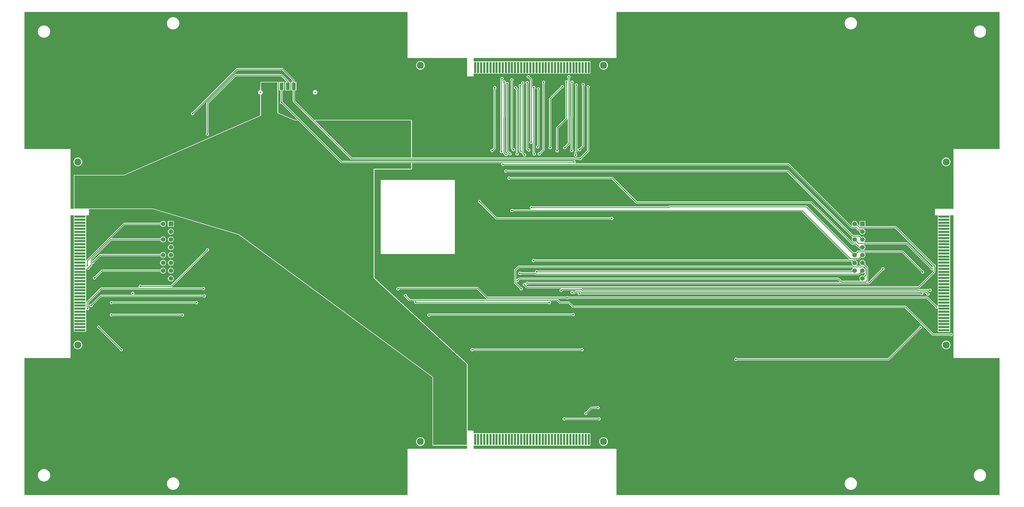
<source format=gbl>
G04*
G04 #@! TF.GenerationSoftware,Altium Limited,Altium Designer,22.11.1 (43)*
G04*
G04 Layer_Physical_Order=2*
G04 Layer_Color=16711680*
%FSLAX25Y25*%
%MOIN*%
G70*
G04*
G04 #@! TF.SameCoordinates,5E32505C-E00D-4BFB-BC25-6037A3F64914*
G04*
G04*
G04 #@! TF.FilePolarity,Positive*
G04*
G01*
G75*
%ADD12C,0.01000*%
%ADD15R,0.14173X0.02756*%
%ADD16R,0.02756X0.14173*%
%ADD26R,0.27559X0.27559*%
%ADD27C,0.12992*%
%ADD28C,0.01968*%
%ADD29C,0.09055*%
%ADD30C,0.05906*%
%ADD31R,0.05906X0.05906*%
%ADD32C,0.02362*%
%ADD33R,0.05118X0.09449*%
G36*
X1249574Y443930D02*
X1190945D01*
X1190644Y443805D01*
X1190519Y443504D01*
Y367343D01*
X1167323D01*
X1167022Y367218D01*
X1166897Y366917D01*
Y359436D01*
X1167022Y359135D01*
X1167323Y359010D01*
Y358937D01*
X1170460D01*
Y355093D01*
Y351156D01*
Y347219D01*
Y343282D01*
Y339345D01*
Y335408D01*
Y331471D01*
Y327534D01*
Y323597D01*
Y319660D01*
Y315723D01*
Y311786D01*
Y307849D01*
Y303912D01*
Y299975D01*
Y296038D01*
Y292101D01*
Y288164D01*
Y284227D01*
Y280290D01*
Y276353D01*
Y272416D01*
Y268479D01*
Y264542D01*
Y260605D01*
Y256668D01*
Y252731D01*
Y248794D01*
Y244857D01*
Y243223D01*
X1169960Y242963D01*
X1169414Y243189D01*
X1168913D01*
X1157857Y254245D01*
X1157427Y254533D01*
X1156920Y254633D01*
X697342D01*
X696988Y254988D01*
X696260Y255289D01*
X695472D01*
X694744Y254988D01*
X694390Y254633D01*
X593644D01*
X581840Y266437D01*
X581410Y266725D01*
X580903Y266826D01*
X479586D01*
X479078Y266725D01*
X478714Y266481D01*
X478606D01*
X477878Y266179D01*
X477320Y265622D01*
X477019Y264894D01*
Y264106D01*
X477320Y263378D01*
X477878Y262821D01*
X478606Y262519D01*
X479394D01*
X480122Y262821D01*
X480680Y263378D01*
X480981Y264106D01*
Y264175D01*
X580354D01*
X592158Y252371D01*
X592588Y252083D01*
X593095Y251983D01*
X694390D01*
X694744Y251628D01*
X695472Y251327D01*
X696260D01*
X696988Y251628D01*
X697342Y251983D01*
X1156371D01*
X1167039Y241315D01*
Y240814D01*
X1167341Y240086D01*
X1167898Y239528D01*
X1168626Y239227D01*
X1169414D01*
X1169960Y239453D01*
X1170460Y239193D01*
Y236983D01*
Y233046D01*
Y229109D01*
Y225172D01*
Y221235D01*
Y217298D01*
Y213361D01*
Y209424D01*
X1186233D01*
Y213361D01*
Y217298D01*
Y221235D01*
Y225172D01*
Y229109D01*
Y233046D01*
Y236983D01*
Y240920D01*
Y244857D01*
Y248794D01*
Y252731D01*
Y256668D01*
Y260605D01*
Y264542D01*
Y268479D01*
Y272416D01*
Y276353D01*
Y280290D01*
Y284227D01*
Y288164D01*
Y292101D01*
Y296038D01*
Y299975D01*
Y303912D01*
Y307849D01*
Y311786D01*
Y315723D01*
Y319660D01*
Y323597D01*
Y327534D01*
Y331471D01*
Y335408D01*
Y339345D01*
Y343282D01*
Y347219D01*
Y351156D01*
Y355093D01*
Y358937D01*
X1190519D01*
Y176575D01*
X1190644Y176274D01*
X1190945Y176149D01*
Y176075D01*
X1249574D01*
Y426D01*
X758891Y426D01*
Y59055D01*
X758766Y59357D01*
X758464Y59481D01*
X575780D01*
Y63767D01*
X725603D01*
Y79540D01*
X575780D01*
Y82677D01*
X575656Y82978D01*
X575354Y83103D01*
X568139D01*
X568139Y167848D01*
X568135Y167864D01*
X568138Y167880D01*
X568105Y168020D01*
X568077Y168160D01*
X568068Y168174D01*
X568064Y168189D01*
X567979Y168306D01*
X567900Y168425D01*
X567886Y168434D01*
X567877Y168447D01*
X448816Y278647D01*
Y417684D01*
X496000D01*
X496312Y417746D01*
X496577Y417923D01*
X496754Y418188D01*
X496816Y418500D01*
Y426037D01*
X611363D01*
X611554Y425575D01*
X611509Y425530D01*
X611208Y424802D01*
Y424014D01*
X611509Y423286D01*
X612067Y422728D01*
X612795Y422427D01*
X613583D01*
X614311Y422728D01*
X614665Y423083D01*
X978427D01*
X1058708Y342802D01*
X1059138Y342515D01*
X1059645Y342414D01*
X1065071D01*
X1068114Y339371D01*
X1068544Y339084D01*
X1069051Y338983D01*
X1069867D01*
X1070172Y338586D01*
X1070145Y338486D01*
Y337498D01*
X1070401Y336544D01*
X1070895Y335688D01*
X1071593Y334989D01*
X1072449Y334495D01*
X1073404Y334240D01*
X1074392D01*
X1075346Y334495D01*
X1076202Y334989D01*
X1076901Y335688D01*
X1077395Y336544D01*
X1077651Y337498D01*
Y338486D01*
X1077395Y339441D01*
X1076901Y340297D01*
X1076202Y340995D01*
X1075346Y341489D01*
X1074392Y341745D01*
X1073404D01*
X1072449Y341489D01*
X1072291Y341398D01*
X1072089Y341533D01*
X1071582Y341634D01*
X1069601D01*
X1069167Y342068D01*
X1069426Y342457D01*
X1069461Y342480D01*
X1069950Y342383D01*
X1069951Y342383D01*
X1115842D01*
X1163839Y294386D01*
Y293885D01*
X1164141Y293157D01*
X1164320Y292977D01*
X1164288Y292567D01*
X1163827Y292276D01*
X1163714Y292323D01*
X1163214D01*
X1131591Y323945D01*
X1131161Y324233D01*
X1130654Y324334D01*
X1076066D01*
X1075932Y324833D01*
X1076202Y324989D01*
X1076901Y325688D01*
X1077395Y326544D01*
X1077651Y327498D01*
Y328486D01*
X1077395Y329441D01*
X1076901Y330296D01*
X1076202Y330995D01*
X1075346Y331489D01*
X1074392Y331745D01*
X1073404D01*
X1072449Y331489D01*
X1072339Y331426D01*
X1070519Y333245D01*
X1070089Y333533D01*
X1069582Y333633D01*
X1061869D01*
X979057Y416445D01*
X978627Y416733D01*
X978120Y416833D01*
X618602D01*
X618248Y417188D01*
X617520Y417489D01*
X616732D01*
X616004Y417188D01*
X615446Y416630D01*
X615145Y415902D01*
Y415114D01*
X615446Y414386D01*
X616004Y413829D01*
X616732Y413527D01*
X617520D01*
X618248Y413829D01*
X618602Y414183D01*
X977571D01*
X1060383Y331371D01*
X1060813Y331083D01*
X1060948Y331057D01*
X1061112Y330514D01*
X1060895Y330296D01*
X1060401Y329441D01*
X1060145Y328486D01*
Y327498D01*
X1060401Y326544D01*
X1060895Y325688D01*
X1061594Y324989D01*
X1062449Y324495D01*
X1063404Y324239D01*
X1064392D01*
X1065346Y324495D01*
X1065457Y324559D01*
X1065935Y324081D01*
X1065688Y323620D01*
X1065620Y323634D01*
X1061869D01*
X1009357Y376145D01*
X1008927Y376433D01*
X1008420Y376534D01*
X785469D01*
X754457Y407545D01*
X754027Y407833D01*
X753520Y407934D01*
X622539D01*
X622185Y408287D01*
X621457Y408589D01*
X620669D01*
X619941Y408287D01*
X619383Y407730D01*
X619082Y407002D01*
Y406214D01*
X619383Y405486D01*
X619941Y404928D01*
X620669Y404627D01*
X621457D01*
X622185Y404928D01*
X622539Y405283D01*
X752971D01*
X783983Y374271D01*
X784413Y373983D01*
X784920Y373883D01*
X1007871D01*
X1060383Y321371D01*
X1060813Y321083D01*
X1061320Y320983D01*
X1065071D01*
X1068999Y317055D01*
X1069429Y316768D01*
X1069936Y316667D01*
X1070368D01*
X1070401Y316544D01*
X1070895Y315688D01*
X1071593Y314989D01*
X1072449Y314495D01*
X1073404Y314240D01*
X1074392D01*
X1075346Y314495D01*
X1076202Y314989D01*
X1076901Y315688D01*
X1077395Y316544D01*
X1077651Y317498D01*
Y318486D01*
X1077395Y319441D01*
X1076901Y320297D01*
X1076202Y320995D01*
X1075877Y321183D01*
X1076011Y321683D01*
X1130105D01*
X1161339Y290449D01*
Y289948D01*
X1161641Y289220D01*
X1162198Y288663D01*
X1162926Y288361D01*
X1163714D01*
X1163995Y288477D01*
X1164495Y288143D01*
Y287057D01*
X1145468Y268030D01*
X644700D01*
X642928Y269803D01*
X642963Y270028D01*
X643090Y270118D01*
X643506Y270267D01*
X644106Y270019D01*
X644894D01*
X645622Y270321D01*
X645884Y270583D01*
X1081820D01*
X1082327Y270684D01*
X1082757Y270971D01*
X1100148Y288361D01*
X1100648D01*
X1101376Y288663D01*
X1101934Y289220D01*
X1102235Y289948D01*
Y290736D01*
X1101934Y291464D01*
X1101376Y292021D01*
X1100648Y292323D01*
X1099860D01*
X1099132Y292021D01*
X1098575Y291464D01*
X1098273Y290736D01*
Y290235D01*
X1081271Y273234D01*
X1080173D01*
X1079982Y273695D01*
X1080957Y274671D01*
X1081245Y275101D01*
X1081346Y275608D01*
Y291870D01*
X1081245Y292377D01*
X1080957Y292807D01*
X1077331Y296433D01*
X1077395Y296544D01*
X1077651Y297498D01*
Y298486D01*
X1077395Y299441D01*
X1076901Y300296D01*
X1076202Y300995D01*
X1075346Y301489D01*
X1074392Y301745D01*
X1073404D01*
X1072449Y301489D01*
X1071593Y300995D01*
X1070895Y300296D01*
X1070401Y299441D01*
X1070145Y298486D01*
Y297498D01*
X1070401Y296544D01*
X1070895Y295688D01*
X1071593Y294989D01*
X1072210Y294634D01*
X1072076Y294133D01*
X1065720D01*
X1065586Y294634D01*
X1066202Y294989D01*
X1066901Y295688D01*
X1067395Y296544D01*
X1067651Y297498D01*
Y298486D01*
X1067395Y299441D01*
X1066901Y300296D01*
X1066202Y300995D01*
X1065346Y301489D01*
X1064392Y301745D01*
X1063404D01*
X1062449Y301489D01*
X1062339Y301426D01*
X1062019Y301745D01*
X1061814Y301883D01*
X1061965Y302383D01*
X1069613D01*
X1070121Y302484D01*
X1070551Y302771D01*
X1072339Y304559D01*
X1072449Y304495D01*
X1073404Y304240D01*
X1074392D01*
X1075346Y304495D01*
X1076202Y304989D01*
X1076901Y305688D01*
X1077395Y306544D01*
X1077651Y307498D01*
Y308486D01*
X1077395Y309441D01*
X1076901Y310297D01*
X1076676Y310521D01*
X1076868Y310983D01*
X1124568D01*
X1149039Y286512D01*
Y286011D01*
X1149341Y285283D01*
X1149898Y284725D01*
X1150626Y284424D01*
X1151414D01*
X1152142Y284725D01*
X1152700Y285283D01*
X1153001Y286011D01*
Y286799D01*
X1152700Y287527D01*
X1152142Y288085D01*
X1151414Y288386D01*
X1150914D01*
X1126054Y313245D01*
X1125624Y313533D01*
X1125117Y313633D01*
X1068213D01*
X1067706Y313533D01*
X1067276Y313245D01*
X1065457Y311426D01*
X1065346Y311489D01*
X1064392Y311745D01*
X1063404D01*
X1062449Y311489D01*
X1062339Y311426D01*
X1002719Y371045D01*
X1002289Y371333D01*
X1001782Y371433D01*
X826659D01*
X826152Y371333D01*
X825722Y371045D01*
X824837Y370161D01*
X651371D01*
X651017Y370515D01*
X650289Y370816D01*
X649501D01*
X648773Y370515D01*
X648215Y369957D01*
X647914Y369229D01*
Y368441D01*
X648215Y367713D01*
X648773Y367156D01*
X649309Y366933D01*
X649210Y366434D01*
X626476D01*
X626122Y366788D01*
X625394Y367089D01*
X624606D01*
X623878Y366788D01*
X623320Y366230D01*
X623019Y365502D01*
Y364714D01*
X623320Y363986D01*
X623878Y363428D01*
X624606Y363127D01*
X625394D01*
X626122Y363428D01*
X626476Y363783D01*
X995871D01*
X1056883Y302771D01*
X1057088Y302634D01*
X1056937Y302133D01*
X654035D01*
X653681Y302487D01*
X652953Y302789D01*
X652165D01*
X651437Y302487D01*
X650880Y301930D01*
X650578Y301202D01*
Y300414D01*
X650880Y299686D01*
X651437Y299129D01*
X652165Y298827D01*
X652953D01*
X653681Y299129D01*
X654035Y299483D01*
X1059894D01*
X1060278Y298983D01*
X1060145Y298486D01*
Y297498D01*
X1060401Y296544D01*
X1060895Y295688D01*
X1061594Y294989D01*
X1062210Y294634D01*
X1062076Y294133D01*
X633320D01*
X632813Y294033D01*
X632383Y293745D01*
X628083Y289445D01*
X627796Y289015D01*
X627695Y288508D01*
Y272508D01*
X627796Y272001D01*
X628083Y271571D01*
X634830Y264824D01*
Y264323D01*
X635131Y263595D01*
X635689Y263038D01*
X636417Y262736D01*
X637205D01*
X637933Y263038D01*
X638490Y263595D01*
X638792Y264323D01*
Y265111D01*
X638490Y265839D01*
X637933Y266397D01*
X637205Y266698D01*
X636704D01*
X630598Y272804D01*
X630882Y273228D01*
X631126Y273127D01*
X631914D01*
X632642Y273429D01*
X633200Y273986D01*
X633501Y274714D01*
Y275215D01*
X634500Y276214D01*
X1042440D01*
X1044958Y273695D01*
X1044767Y273234D01*
X646068D01*
X645622Y273679D01*
X644894Y273981D01*
X644106D01*
X643378Y273679D01*
X642821Y273122D01*
X642519Y272394D01*
Y271846D01*
X642019Y271639D01*
X641870Y271788D01*
X641142Y272089D01*
X640354D01*
X639626Y271788D01*
X639069Y271230D01*
X638767Y270502D01*
Y269714D01*
X639069Y268986D01*
X639626Y268428D01*
X640354Y268127D01*
X640855D01*
X643214Y265768D01*
X643644Y265480D01*
X644151Y265379D01*
X688309D01*
X688516Y264879D01*
X688099Y264462D01*
X687598D01*
X686870Y264161D01*
X686313Y263603D01*
X686011Y262875D01*
Y262087D01*
X686313Y261359D01*
X686870Y260802D01*
X687598Y260500D01*
X688386D01*
X689114Y260802D01*
X689672Y261359D01*
X689973Y262087D01*
Y262588D01*
X690440Y263054D01*
X712298D01*
X712398Y262915D01*
X712141Y262415D01*
X707089D01*
X706582Y262314D01*
X706152Y262027D01*
X705212Y261086D01*
X703694D01*
X703680Y261122D01*
X703122Y261680D01*
X702394Y261981D01*
X701606D01*
X700878Y261680D01*
X700320Y261122D01*
X700019Y260394D01*
Y259606D01*
X700320Y258878D01*
X700878Y258320D01*
X701606Y258019D01*
X702394D01*
X703122Y258320D01*
X703237Y258435D01*
X705761D01*
X706268Y258536D01*
X706698Y258823D01*
X707638Y259764D01*
X708870D01*
X709204Y259264D01*
X709096Y259002D01*
Y258214D01*
X709398Y257486D01*
X709955Y256928D01*
X710683Y256627D01*
X711471D01*
X712199Y256928D01*
X712553Y257283D01*
X1148444D01*
X1148798Y256928D01*
X1149526Y256627D01*
X1150314D01*
X1151042Y256928D01*
X1151600Y257486D01*
X1151901Y258214D01*
Y259002D01*
X1151793Y259264D01*
X1152127Y259764D01*
X1153890D01*
X1155739Y257915D01*
Y257414D01*
X1156041Y256686D01*
X1156598Y256129D01*
X1157326Y255827D01*
X1158114D01*
X1158842Y256129D01*
X1159400Y256686D01*
X1159701Y257414D01*
Y258202D01*
X1159400Y258930D01*
X1158842Y259488D01*
X1158114Y259789D01*
X1157613D01*
X1156301Y261102D01*
X1156492Y261564D01*
X1159116D01*
X1159470Y261210D01*
X1160198Y260908D01*
X1160987D01*
X1161715Y261210D01*
X1162272Y261767D01*
X1162574Y262495D01*
Y263283D01*
X1162272Y264011D01*
X1161715Y264569D01*
X1160987Y264870D01*
X1160198D01*
X1159470Y264569D01*
X1159116Y264215D01*
X1145639D01*
X1145132Y264114D01*
X1144702Y263826D01*
X1144409Y263533D01*
X715857D01*
X714511Y264879D01*
X714719Y265379D01*
X1146017D01*
X1146524Y265480D01*
X1146954Y265768D01*
X1166757Y285571D01*
X1167045Y286001D01*
X1167146Y286508D01*
Y292803D01*
X1167500Y293157D01*
X1167801Y293885D01*
Y294673D01*
X1167500Y295401D01*
X1166942Y295958D01*
X1166214Y296260D01*
X1165714D01*
X1117328Y344645D01*
X1116898Y344933D01*
X1116391Y345034D01*
X1077651D01*
Y351745D01*
X1070145D01*
Y346041D01*
X1069683Y345850D01*
X1068365Y347168D01*
X1067935Y347455D01*
X1067651Y347512D01*
Y348486D01*
X1067395Y349441D01*
X1066901Y350296D01*
X1066202Y350995D01*
X1065346Y351489D01*
X1064392Y351745D01*
X1063404D01*
X1062449Y351489D01*
X1061594Y350995D01*
X1060895Y350296D01*
X1060401Y349441D01*
X1060145Y348486D01*
Y347498D01*
X1060401Y346544D01*
X1060895Y345688D01*
X1061056Y345527D01*
X1060865Y345065D01*
X1060194D01*
X979914Y425345D01*
X979484Y425633D01*
X978976Y425734D01*
X706467D01*
X706276Y426195D01*
X706321Y426240D01*
X706622Y426968D01*
Y427757D01*
X706321Y428485D01*
X705763Y429042D01*
X705035Y429344D01*
X704247D01*
X703519Y429042D01*
X703165Y428688D01*
X407003D01*
X331841Y503850D01*
Y503894D01*
X331540Y504622D01*
X331234Y504927D01*
Y518885D01*
X333268D01*
Y529934D01*
X326550D01*
Y518885D01*
X328583D01*
Y505025D01*
X328181Y504622D01*
X327879Y503894D01*
Y503106D01*
X328181Y502378D01*
X328738Y501821D01*
X329466Y501519D01*
X330254D01*
X330374Y501569D01*
X350165Y481778D01*
X349973Y481316D01*
X346791D01*
X325409Y490404D01*
Y529134D01*
X325394Y529212D01*
Y529934D01*
X324673D01*
X324594Y529950D01*
X303666D01*
X303587Y529934D01*
X302928D01*
Y529473D01*
X302919Y529460D01*
X302917Y529453D01*
X302913Y529446D01*
X302883Y529297D01*
X302851Y529149D01*
X302666Y519488D01*
X302355D01*
X301604Y519287D01*
X300930Y518898D01*
X300380Y518349D01*
X299992Y517675D01*
X299791Y516924D01*
Y516147D01*
X299992Y515396D01*
X300380Y514722D01*
X300930Y514173D01*
X301604Y513784D01*
X302355Y513583D01*
X302624D01*
Y487034D01*
X127830Y410671D01*
X64567D01*
X64488Y410655D01*
X63767D01*
Y409934D01*
X63751Y409855D01*
Y367729D01*
X63400Y367368D01*
X59481D01*
Y443504D01*
X59356Y443805D01*
X59055Y443930D01*
X426D01*
Y619579D01*
X491109D01*
Y561011D01*
X491234Y560710D01*
X491536Y560585D01*
Y560511D01*
X567684D01*
Y537389D01*
X567809Y537088D01*
X568110Y536963D01*
Y536889D01*
X575590D01*
Y536963D01*
X575892Y537088D01*
X576017Y537389D01*
Y540526D01*
X725603D01*
Y556300D01*
X576017D01*
Y560511D01*
X758465D01*
Y560585D01*
X758766Y560710D01*
X758891Y561011D01*
Y619579D01*
X1249574D01*
Y443930D01*
D02*
G37*
G36*
X274731Y334038D02*
X523184Y151202D01*
Y64567D01*
X523246Y64255D01*
X523423Y63990D01*
X523688Y63813D01*
X524000Y63751D01*
X567179D01*
X567655Y63420D01*
X567679Y63397D01*
X567678Y59481D01*
X491536D01*
X491234Y59357D01*
X491109Y59055D01*
Y426D01*
X426Y426D01*
Y176075D01*
X59055Y176075D01*
Y176149D01*
X59356Y176274D01*
X59481Y176575D01*
Y358962D01*
X63767D01*
Y355118D01*
Y351181D01*
Y347244D01*
Y343307D01*
Y339370D01*
Y335433D01*
Y331496D01*
Y327559D01*
Y323622D01*
Y319685D01*
Y315748D01*
Y311811D01*
Y307874D01*
Y303937D01*
Y300000D01*
Y296063D01*
Y292126D01*
Y288189D01*
Y284252D01*
Y280315D01*
Y276378D01*
Y272441D01*
Y268504D01*
Y264567D01*
Y260630D01*
Y256693D01*
Y252756D01*
Y248819D01*
Y244882D01*
Y240945D01*
Y237008D01*
Y233071D01*
Y229134D01*
Y225197D01*
Y221260D01*
Y217323D01*
Y213386D01*
Y209449D01*
X79540D01*
Y213386D01*
Y217323D01*
Y221260D01*
Y225197D01*
Y229134D01*
Y233071D01*
Y237811D01*
X79575Y237833D01*
X80040Y237964D01*
X80498Y237507D01*
X81226Y237205D01*
X82014D01*
X82742Y237507D01*
X83300Y238064D01*
X83601Y238792D01*
Y239580D01*
X83300Y240308D01*
X82946Y240662D01*
Y247259D01*
X99361Y263674D01*
X228524D01*
X228878Y263320D01*
X229606Y263019D01*
X230394D01*
X231122Y263320D01*
X231680Y263878D01*
X231981Y264606D01*
Y265394D01*
X231680Y266122D01*
X231122Y266680D01*
X230394Y266981D01*
X229606D01*
X228878Y266680D01*
X228524Y266325D01*
X189279D01*
X189128Y266826D01*
X189345Y266971D01*
X234893Y312519D01*
X235394D01*
X236122Y312821D01*
X236680Y313378D01*
X236981Y314106D01*
Y314894D01*
X236680Y315622D01*
X236122Y316179D01*
X235394Y316481D01*
X234606D01*
X233878Y316179D01*
X233320Y315622D01*
X233019Y314894D01*
Y314393D01*
X187859Y269233D01*
X150196D01*
X149842Y269587D01*
X149114Y269889D01*
X148326D01*
X147598Y269587D01*
X147041Y269030D01*
X146739Y268302D01*
Y267514D01*
X147024Y266826D01*
X146848Y266325D01*
X98812D01*
X98305Y266225D01*
X97875Y265937D01*
X80683Y248745D01*
X80396Y248315D01*
X80295Y247808D01*
Y240796D01*
X80040Y240585D01*
X79540Y240796D01*
Y244882D01*
Y248819D01*
Y252756D01*
Y256693D01*
Y260630D01*
Y264567D01*
Y268504D01*
Y272441D01*
Y276378D01*
Y280315D01*
Y284252D01*
Y288189D01*
Y290128D01*
X80040Y290228D01*
X80141Y289986D01*
X80698Y289428D01*
X81426Y289127D01*
X82214D01*
X82942Y289428D01*
X83500Y289986D01*
X83801Y290714D01*
Y291215D01*
X86776Y294190D01*
X87063Y294620D01*
X87164Y295127D01*
Y296501D01*
X87664Y296835D01*
X87926Y296727D01*
X88714D01*
X89442Y297028D01*
X90000Y297586D01*
X90301Y298314D01*
Y298815D01*
X98153Y306667D01*
X174541D01*
X174574Y306544D01*
X175068Y305688D01*
X175767Y304989D01*
X176622Y304495D01*
X177577Y304240D01*
X178565D01*
X179519Y304495D01*
X180375Y304989D01*
X181074Y305688D01*
X181568Y306544D01*
X181824Y307498D01*
Y308486D01*
X181568Y309441D01*
X181074Y310297D01*
X180375Y310995D01*
X179519Y311489D01*
X178565Y311745D01*
X177577D01*
X176622Y311489D01*
X175767Y310995D01*
X175068Y310297D01*
X174574Y309441D01*
X174541Y309318D01*
X97604D01*
X97097Y309217D01*
X96667Y308929D01*
X88427Y300689D01*
X87926D01*
X87664Y300581D01*
X87164Y300915D01*
Y302378D01*
X111453Y326667D01*
X174541D01*
X174574Y326544D01*
X175068Y325688D01*
X175767Y324989D01*
X176622Y324495D01*
X177577Y324239D01*
X178565D01*
X179519Y324495D01*
X180375Y324989D01*
X181074Y325688D01*
X181568Y326544D01*
X181824Y327498D01*
Y328486D01*
X181568Y329441D01*
X181074Y330296D01*
X180375Y330995D01*
X179519Y331489D01*
X178565Y331745D01*
X177577D01*
X176622Y331489D01*
X175767Y330995D01*
X175068Y330296D01*
X174574Y329441D01*
X174541Y329318D01*
X112158D01*
X111966Y329780D01*
X128853Y346667D01*
X174541D01*
X174574Y346544D01*
X175068Y345688D01*
X175767Y344989D01*
X176622Y344495D01*
X177577Y344239D01*
X178565D01*
X179519Y344495D01*
X180375Y344989D01*
X181074Y345688D01*
X181568Y346544D01*
X181824Y347498D01*
Y348486D01*
X181568Y349441D01*
X181074Y350296D01*
X180375Y350995D01*
X179519Y351489D01*
X178565Y351745D01*
X177577D01*
X176622Y351489D01*
X175767Y350995D01*
X175068Y350296D01*
X174574Y349441D01*
X174541Y349318D01*
X128304D01*
X127797Y349217D01*
X127367Y348930D01*
X80040Y301603D01*
X79540Y301809D01*
Y303937D01*
Y307874D01*
Y311811D01*
Y315748D01*
Y319685D01*
Y323622D01*
Y327559D01*
Y331496D01*
Y335433D01*
Y339370D01*
Y343307D01*
Y347244D01*
Y351181D01*
Y355118D01*
Y358962D01*
X82677D01*
Y359035D01*
X82979Y359160D01*
X83103Y359462D01*
Y366914D01*
X165235D01*
X274731Y334038D01*
D02*
G37*
G36*
X1061577Y291090D02*
X1061581Y290983D01*
X1060895Y290297D01*
X1060401Y289441D01*
X1060145Y288486D01*
Y287993D01*
X657972D01*
X657618Y288347D01*
X656890Y288649D01*
X656102D01*
X655374Y288347D01*
X654817Y287790D01*
X654515Y287062D01*
Y286274D01*
X654529Y286241D01*
X654251Y285825D01*
X636476D01*
X636122Y286179D01*
X635394Y286481D01*
X634606D01*
X633878Y286179D01*
X633321Y285622D01*
X633019Y284894D01*
Y284106D01*
X633321Y283378D01*
X633878Y282821D01*
X634606Y282519D01*
X635394D01*
X636122Y282821D01*
X636476Y283174D01*
X654606D01*
X654978Y282802D01*
X655408Y282515D01*
X655916Y282414D01*
X1069645D01*
X1070152Y282515D01*
X1070582Y282802D01*
X1072339Y284559D01*
X1072449Y284495D01*
X1073404Y284240D01*
X1074392D01*
X1075346Y284495D01*
X1076202Y284989D01*
X1076433Y285220D01*
X1076895Y285029D01*
Y282864D01*
X1075457Y281426D01*
X1075346Y281489D01*
X1074392Y281745D01*
X1073404D01*
X1072449Y281489D01*
X1071593Y280995D01*
X1070895Y280296D01*
X1070401Y279441D01*
X1070145Y278486D01*
Y277498D01*
X1070401Y276544D01*
X1070895Y275688D01*
X1071087Y275495D01*
X1070896Y275033D01*
X1047369D01*
X1043926Y278476D01*
X1043496Y278764D01*
X1042989Y278865D01*
X633951D01*
X633444Y278764D01*
X633014Y278476D01*
X631627Y277089D01*
X631126D01*
X630846Y276973D01*
X630346Y277307D01*
Y287959D01*
X633869Y291483D01*
X1061472D01*
X1061577Y291090D01*
D02*
G37*
G36*
X324594Y489864D02*
X346625Y480500D01*
X351442D01*
X405517Y426425D01*
X405947Y426138D01*
X406454Y426037D01*
X496000D01*
Y418500D01*
X448000D01*
Y278291D01*
X567323Y167848D01*
X567323Y64567D01*
X524000D01*
Y151614D01*
X275101Y334778D01*
X165354Y367729D01*
X64567D01*
Y409855D01*
X128000D01*
X303439Y486500D01*
Y513665D01*
X303883Y513784D01*
X304556Y514173D01*
X305106Y514722D01*
X305495Y515396D01*
X305696Y516147D01*
Y516924D01*
X305495Y517675D01*
X305106Y518349D01*
X304556Y518898D01*
X303883Y519287D01*
X303481Y519395D01*
X303666Y529134D01*
X324594D01*
Y489864D01*
D02*
G37*
%LPC*%
G36*
X1059753Y613021D02*
X1058357D01*
X1058278Y613005D01*
X1058198D01*
X1056829Y612733D01*
X1056755Y612702D01*
X1056676Y612686D01*
X1055386Y612152D01*
X1055319Y612107D01*
X1055245Y612077D01*
X1054084Y611301D01*
X1054028Y611244D01*
X1053961Y611200D01*
X1052974Y610213D01*
X1052929Y610146D01*
X1052872Y610089D01*
X1052097Y608928D01*
X1052066Y608854D01*
X1052022Y608787D01*
X1051487Y607498D01*
X1051472Y607419D01*
X1051441Y607344D01*
X1051169Y605975D01*
Y605895D01*
X1051153Y605816D01*
Y604420D01*
X1051169Y604342D01*
Y604261D01*
X1051441Y602892D01*
X1051472Y602818D01*
X1051487Y602739D01*
X1052022Y601449D01*
X1052066Y601382D01*
X1052097Y601308D01*
X1052872Y600148D01*
X1052929Y600091D01*
X1052974Y600024D01*
X1053961Y599037D01*
X1054028Y598992D01*
X1054084Y598936D01*
X1055245Y598160D01*
X1055319Y598129D01*
X1055386Y598085D01*
X1056676Y597550D01*
X1056755Y597535D01*
X1056829Y597504D01*
X1058198Y597232D01*
X1058278D01*
X1058357Y597216D01*
X1059753D01*
X1059832Y597232D01*
X1059912D01*
X1061281Y597504D01*
X1061356Y597535D01*
X1061434Y597550D01*
X1062724Y598085D01*
X1062791Y598129D01*
X1062865Y598160D01*
X1064026Y598936D01*
X1064083Y598992D01*
X1064149Y599037D01*
X1065137Y600024D01*
X1065181Y600091D01*
X1065238Y600148D01*
X1066013Y601308D01*
X1066044Y601382D01*
X1066089Y601449D01*
X1066623Y602739D01*
X1066639Y602818D01*
X1066669Y602892D01*
X1066942Y604261D01*
Y604342D01*
X1066957Y604420D01*
Y605816D01*
X1066942Y605895D01*
Y605975D01*
X1066669Y607344D01*
X1066639Y607419D01*
X1066623Y607498D01*
X1066089Y608787D01*
X1066044Y608854D01*
X1066013Y608928D01*
X1065238Y610089D01*
X1065181Y610146D01*
X1065137Y610213D01*
X1064149Y611200D01*
X1064083Y611244D01*
X1064026Y611301D01*
X1062865Y612077D01*
X1062791Y612107D01*
X1062724Y612152D01*
X1061434Y612686D01*
X1061356Y612702D01*
X1061281Y612733D01*
X1059912Y613005D01*
X1059832D01*
X1059753Y613021D01*
D02*
G37*
G36*
X191643D02*
X190247D01*
X190168Y613005D01*
X190088D01*
X188719Y612733D01*
X188645Y612702D01*
X188566Y612686D01*
X187276Y612152D01*
X187209Y612107D01*
X187135Y612077D01*
X185974Y611301D01*
X185917Y611244D01*
X185851Y611200D01*
X184864Y610213D01*
X184819Y610146D01*
X184762Y610089D01*
X183987Y608928D01*
X183956Y608854D01*
X183911Y608787D01*
X183377Y607498D01*
X183361Y607419D01*
X183331Y607344D01*
X183058Y605975D01*
Y605895D01*
X183043Y605816D01*
Y604420D01*
X183058Y604342D01*
Y604261D01*
X183331Y602892D01*
X183361Y602818D01*
X183377Y602739D01*
X183911Y601449D01*
X183956Y601382D01*
X183987Y601308D01*
X184762Y600148D01*
X184819Y600091D01*
X184864Y600024D01*
X185851Y599037D01*
X185917Y598992D01*
X185974Y598936D01*
X187135Y598160D01*
X187209Y598129D01*
X187276Y598085D01*
X188566Y597550D01*
X188645Y597535D01*
X188719Y597504D01*
X190088Y597232D01*
X190168D01*
X190247Y597216D01*
X191643D01*
X191722Y597232D01*
X191802D01*
X193171Y597504D01*
X193245Y597535D01*
X193324Y597550D01*
X194614Y598085D01*
X194681Y598129D01*
X194755Y598160D01*
X195915Y598936D01*
X195972Y598992D01*
X196039Y599037D01*
X197026Y600024D01*
X197071Y600091D01*
X197128Y600148D01*
X197903Y601308D01*
X197934Y601382D01*
X197979Y601449D01*
X198513Y602739D01*
X198528Y602818D01*
X198559Y602892D01*
X198831Y604261D01*
Y604342D01*
X198847Y604420D01*
Y605816D01*
X198831Y605895D01*
Y605975D01*
X198559Y607344D01*
X198528Y607419D01*
X198513Y607498D01*
X197979Y608787D01*
X197934Y608854D01*
X197903Y608928D01*
X197128Y610089D01*
X197071Y610146D01*
X197026Y610213D01*
X196039Y611200D01*
X195972Y611244D01*
X195915Y611301D01*
X194755Y612077D01*
X194681Y612107D01*
X194614Y612152D01*
X193324Y612686D01*
X193245Y612702D01*
X193171Y612733D01*
X191802Y613005D01*
X191722D01*
X191643Y613021D01*
D02*
G37*
G36*
X1225107Y602391D02*
X1223711D01*
X1223633Y602375D01*
X1223552D01*
X1222183Y602103D01*
X1222109Y602072D01*
X1222030Y602056D01*
X1220741Y601522D01*
X1220674Y601477D01*
X1220600Y601447D01*
X1219439Y600671D01*
X1219382Y600614D01*
X1219315Y600570D01*
X1218328Y599583D01*
X1218283Y599516D01*
X1218227Y599459D01*
X1217451Y598298D01*
X1217420Y598224D01*
X1217376Y598157D01*
X1216842Y596868D01*
X1216826Y596789D01*
X1216795Y596715D01*
X1216523Y595345D01*
Y595265D01*
X1216507Y595186D01*
Y593790D01*
X1216523Y593712D01*
Y593631D01*
X1216795Y592262D01*
X1216826Y592188D01*
X1216842Y592109D01*
X1217376Y590819D01*
X1217420Y590753D01*
X1217451Y590678D01*
X1218227Y589518D01*
X1218284Y589461D01*
X1218328Y589394D01*
X1219315Y588407D01*
X1219382Y588362D01*
X1219439Y588306D01*
X1220600Y587530D01*
X1220674Y587499D01*
X1220741Y587455D01*
X1222030Y586920D01*
X1222109Y586905D01*
X1222183Y586874D01*
X1223552Y586602D01*
X1223633D01*
X1223711Y586586D01*
X1225107D01*
X1225186Y586602D01*
X1225267D01*
X1226636Y586874D01*
X1226710Y586905D01*
X1226789Y586920D01*
X1228078Y587455D01*
X1228145Y587499D01*
X1228219Y587530D01*
X1229380Y588306D01*
X1229437Y588362D01*
X1229504Y588407D01*
X1230491Y589394D01*
X1230535Y589461D01*
X1230592Y589518D01*
X1231368Y590678D01*
X1231398Y590753D01*
X1231443Y590819D01*
X1231977Y592109D01*
X1231993Y592188D01*
X1232024Y592262D01*
X1232296Y593631D01*
Y593712D01*
X1232312Y593790D01*
Y595186D01*
X1232296Y595265D01*
Y595345D01*
X1232024Y596715D01*
X1231993Y596789D01*
X1231977Y596868D01*
X1231443Y598157D01*
X1231398Y598224D01*
X1231368Y598298D01*
X1230592Y599459D01*
X1230535Y599516D01*
X1230491Y599583D01*
X1229504Y600570D01*
X1229437Y600614D01*
X1229380Y600671D01*
X1228219Y601447D01*
X1228145Y601477D01*
X1228078Y601522D01*
X1226789Y602056D01*
X1226710Y602072D01*
X1226636Y602103D01*
X1225267Y602375D01*
X1225186D01*
X1225107Y602391D01*
D02*
G37*
G36*
X26289D02*
X24893D01*
X24814Y602375D01*
X24734D01*
X23364Y602103D01*
X23290Y602072D01*
X23211Y602056D01*
X21922Y601522D01*
X21855Y601477D01*
X21781Y601447D01*
X20620Y600671D01*
X20563Y600614D01*
X20496Y600570D01*
X19509Y599583D01*
X19465Y599516D01*
X19408Y599459D01*
X18632Y598298D01*
X18602Y598224D01*
X18557Y598157D01*
X18023Y596868D01*
X18007Y596789D01*
X17976Y596715D01*
X17704Y595345D01*
Y595265D01*
X17688Y595186D01*
Y593790D01*
X17704Y593712D01*
Y593631D01*
X17976Y592262D01*
X18007Y592188D01*
X18023Y592109D01*
X18557Y590819D01*
X18602Y590753D01*
X18632Y590678D01*
X19408Y589518D01*
X19465Y589461D01*
X19509Y589394D01*
X20496Y588407D01*
X20563Y588362D01*
X20620Y588306D01*
X21781Y587530D01*
X21855Y587499D01*
X21922Y587455D01*
X23211Y586920D01*
X23290Y586905D01*
X23364Y586874D01*
X24734Y586602D01*
X24814D01*
X24893Y586586D01*
X26289D01*
X26367Y586602D01*
X26448D01*
X27817Y586874D01*
X27891Y586905D01*
X27970Y586920D01*
X29259Y587455D01*
X29326Y587499D01*
X29401Y587530D01*
X30561Y588306D01*
X30618Y588362D01*
X30685Y588407D01*
X31672Y589394D01*
X31717Y589461D01*
X31773Y589518D01*
X32549Y590678D01*
X32580Y590753D01*
X32624Y590819D01*
X33158Y592109D01*
X33174Y592188D01*
X33205Y592262D01*
X33477Y593631D01*
Y593712D01*
X33493Y593790D01*
Y595186D01*
X33477Y595265D01*
Y595345D01*
X33205Y596715D01*
X33174Y596789D01*
X33158Y596868D01*
X32624Y598157D01*
X32580Y598224D01*
X32549Y598298D01*
X31773Y599459D01*
X31716Y599516D01*
X31672Y599583D01*
X30685Y600570D01*
X30618Y600614D01*
X30561Y600671D01*
X29401Y601447D01*
X29326Y601477D01*
X29259Y601522D01*
X27970Y602056D01*
X27891Y602072D01*
X27817Y602103D01*
X26448Y602375D01*
X26367D01*
X26289Y602391D01*
D02*
G37*
G36*
X743048Y556681D02*
X741597D01*
X740195Y556305D01*
X738938Y555579D01*
X737912Y554553D01*
X737186Y553296D01*
X736811Y551895D01*
Y550443D01*
X737186Y549041D01*
X737912Y547785D01*
X738938Y546758D01*
X740195Y546033D01*
X741597Y545657D01*
X743048D01*
X744450Y546033D01*
X745707Y546758D01*
X746733Y547785D01*
X747459Y549041D01*
X747834Y550443D01*
Y551895D01*
X747459Y553296D01*
X746733Y554553D01*
X745707Y555579D01*
X744450Y556305D01*
X743048Y556681D01*
D02*
G37*
G36*
X508403D02*
X506952D01*
X505550Y556305D01*
X504293Y555579D01*
X503267Y554553D01*
X502541Y553296D01*
X502165Y551895D01*
Y550443D01*
X502541Y549041D01*
X503267Y547785D01*
X504293Y546758D01*
X505550Y546033D01*
X506952Y545657D01*
X508403D01*
X509805Y546033D01*
X511061Y546758D01*
X512088Y547785D01*
X512813Y549041D01*
X513189Y550443D01*
Y551895D01*
X512813Y553296D01*
X512088Y554553D01*
X511061Y555579D01*
X509805Y556305D01*
X508403Y556681D01*
D02*
G37*
G36*
X698394Y538481D02*
X697606D01*
X696878Y538179D01*
X696320Y537622D01*
X696019Y536894D01*
Y536106D01*
X696320Y535378D01*
X696674Y535024D01*
Y531780D01*
X696213Y531589D01*
X696122Y531679D01*
X695394Y531981D01*
X694606D01*
X693878Y531679D01*
X693321Y531122D01*
X693019Y530394D01*
Y529606D01*
X693321Y528878D01*
X693675Y528524D01*
Y483550D01*
X682063Y471939D01*
X681775Y471509D01*
X681674Y471001D01*
Y442976D01*
X681320Y442622D01*
X681019Y441894D01*
Y441106D01*
X681320Y440378D01*
X681878Y439820D01*
X682606Y439519D01*
X683394D01*
X684122Y439820D01*
X684680Y440378D01*
X684981Y441106D01*
Y441894D01*
X684680Y442622D01*
X684326Y442976D01*
Y470452D01*
X695937Y482064D01*
X696174Y482419D01*
X696494Y482399D01*
X696674Y482336D01*
Y451549D01*
X692607Y447481D01*
X692106D01*
X691378Y447180D01*
X690821Y446622D01*
X690519Y445894D01*
Y445106D01*
X690821Y444378D01*
X691378Y443820D01*
X692106Y443519D01*
X692894D01*
X693622Y443820D01*
X694179Y444378D01*
X694481Y445106D01*
Y445607D01*
X698937Y450063D01*
X699225Y450493D01*
X699326Y451000D01*
Y535024D01*
X699680Y535378D01*
X699981Y536106D01*
Y536894D01*
X699680Y537622D01*
X699122Y538179D01*
X698394Y538481D01*
D02*
G37*
G36*
X639394Y530481D02*
X638606D01*
X637878Y530180D01*
X637321Y529622D01*
X637019Y528894D01*
Y528106D01*
X637321Y527378D01*
X637675Y527024D01*
Y526234D01*
X637203Y526128D01*
X637175Y526127D01*
X636622Y526680D01*
X635894Y526981D01*
X635106D01*
X634378Y526680D01*
X633820Y526122D01*
X633519Y525394D01*
Y524606D01*
X633820Y523878D01*
X634174Y523524D01*
Y442369D01*
X634275Y441861D01*
X634545Y441458D01*
X634519Y441394D01*
Y440606D01*
X634821Y439878D01*
X635378Y439321D01*
X636106Y439019D01*
X636894D01*
X637175Y439135D01*
X637675Y438801D01*
Y438500D01*
X637775Y437993D01*
X638063Y437563D01*
X639254Y436372D01*
Y435971D01*
X639555Y435243D01*
X640113Y434685D01*
X640841Y434384D01*
X641629D01*
X642357Y434685D01*
X642914Y435243D01*
X643216Y435971D01*
Y436759D01*
X642914Y437487D01*
X642357Y438044D01*
X641629Y438346D01*
X641029D01*
X640325Y439049D01*
Y527024D01*
X640680Y527378D01*
X640981Y528106D01*
Y528894D01*
X640680Y529622D01*
X640122Y530180D01*
X639394Y530481D01*
D02*
G37*
G36*
X330091Y539825D02*
X270521D01*
X270014Y539725D01*
X269584Y539437D01*
X234063Y503916D01*
X233775Y503486D01*
X233675Y502979D01*
Y464476D01*
X233320Y464122D01*
X233019Y463394D01*
Y462606D01*
X233320Y461878D01*
X233878Y461320D01*
X234606Y461019D01*
X235394D01*
X236122Y461320D01*
X236680Y461878D01*
X236981Y462606D01*
Y463394D01*
X236680Y464122D01*
X236326Y464476D01*
Y502430D01*
X271070Y537175D01*
X329542D01*
X334345Y532371D01*
X334346Y532371D01*
X336282Y530434D01*
X336075Y529934D01*
X334424D01*
Y518885D01*
X341142D01*
Y529934D01*
X339108D01*
Y530808D01*
X339007Y531315D01*
X338720Y531745D01*
X336220Y534245D01*
X336220Y534245D01*
X331028Y539437D01*
X330598Y539725D01*
X330091Y539825D01*
D02*
G37*
G36*
X373211Y519488D02*
X372433D01*
X371682Y519287D01*
X371009Y518898D01*
X370459Y518349D01*
X370071Y517675D01*
X369869Y516924D01*
Y516147D01*
X370071Y515396D01*
X370459Y514722D01*
X371009Y514173D01*
X371682Y513784D01*
X372433Y513583D01*
X373211D01*
X373962Y513784D01*
X374635Y514173D01*
X375185Y514722D01*
X375574Y515396D01*
X375775Y516147D01*
Y516924D01*
X375574Y517675D01*
X375185Y518349D01*
X374635Y518898D01*
X373962Y519287D01*
X373211Y519488D01*
D02*
G37*
G36*
X659394Y522981D02*
X658606D01*
X657878Y522680D01*
X657320Y522122D01*
X657019Y521394D01*
Y520606D01*
X657320Y519878D01*
X657675Y519524D01*
Y449049D01*
X656977Y448351D01*
X656830Y448132D01*
X656320Y447622D01*
X656019Y446894D01*
Y446106D01*
X656320Y445378D01*
X656878Y444820D01*
X657606Y444519D01*
X658394D01*
X659122Y444820D01*
X659680Y445378D01*
X659981Y446106D01*
Y446894D01*
X659772Y447398D01*
X659937Y447563D01*
X660225Y447993D01*
X660325Y448500D01*
Y519524D01*
X660679Y519878D01*
X660981Y520606D01*
Y521394D01*
X660679Y522122D01*
X660122Y522680D01*
X659394Y522981D01*
D02*
G37*
G36*
X603394Y524481D02*
X602606D01*
X601878Y524180D01*
X601321Y523622D01*
X601019Y522894D01*
Y522106D01*
X601321Y521378D01*
X601675Y521024D01*
Y445549D01*
X600000Y443874D01*
X599860Y443932D01*
X599072D01*
X598344Y443630D01*
X597787Y443073D01*
X597485Y442345D01*
Y441557D01*
X597787Y440829D01*
X598344Y440271D01*
X599072Y439970D01*
X599860D01*
X600589Y440271D01*
X601146Y440829D01*
X601447Y441557D01*
Y441573D01*
X603937Y444063D01*
X604225Y444493D01*
X604325Y445000D01*
Y521024D01*
X604679Y521378D01*
X604981Y522106D01*
Y522894D01*
X604679Y523622D01*
X604122Y524180D01*
X603394Y524481D01*
D02*
G37*
G36*
X689894Y525981D02*
X689106D01*
X688378Y525679D01*
X687820Y525122D01*
X687519Y524394D01*
Y523893D01*
X673063Y509437D01*
X672775Y509007D01*
X672675Y508500D01*
Y446976D01*
X672321Y446622D01*
X672019Y445894D01*
Y445106D01*
X672321Y444378D01*
X672878Y443820D01*
X673606Y443519D01*
X674394D01*
X675122Y443820D01*
X675679Y444378D01*
X675981Y445106D01*
Y445894D01*
X675679Y446622D01*
X675325Y446976D01*
Y507951D01*
X689393Y522019D01*
X689894D01*
X690622Y522321D01*
X691180Y522878D01*
X691481Y523606D01*
Y524394D01*
X691180Y525122D01*
X690622Y525679D01*
X689894Y525981D01*
D02*
G37*
G36*
X716660Y528427D02*
X715871D01*
X715143Y528126D01*
X714586Y527568D01*
X714285Y526840D01*
Y526052D01*
X714586Y525324D01*
X714940Y524970D01*
Y448315D01*
X711607Y444981D01*
X711106D01*
X710378Y444679D01*
X709821Y444122D01*
X709519Y443394D01*
Y442606D01*
X709821Y441878D01*
X710378Y441321D01*
X711106Y441019D01*
X711894D01*
X712622Y441321D01*
X713179Y441878D01*
X713481Y442606D01*
Y443107D01*
X717203Y446828D01*
X717490Y447258D01*
X717591Y447766D01*
Y524970D01*
X717945Y525324D01*
X718247Y526052D01*
Y526840D01*
X717945Y527568D01*
X717388Y528126D01*
X716660Y528427D01*
D02*
G37*
G36*
X625197Y534449D02*
X624409D01*
X623681Y534148D01*
X623124Y533590D01*
X622822Y532862D01*
Y532074D01*
X623124Y531346D01*
X623478Y530992D01*
Y445197D01*
X623579Y444690D01*
X623866Y444260D01*
X625019Y443107D01*
Y442606D01*
X625320Y441878D01*
X625878Y441321D01*
X626606Y441019D01*
X627394D01*
X628122Y441321D01*
X628680Y441878D01*
X628981Y442606D01*
Y443394D01*
X628680Y444122D01*
X628122Y444679D01*
X627394Y444981D01*
X626893D01*
X626128Y445746D01*
Y530992D01*
X626482Y531346D01*
X626784Y532074D01*
Y532862D01*
X626482Y533590D01*
X625925Y534148D01*
X625197Y534449D01*
D02*
G37*
G36*
X644894Y530981D02*
X644106D01*
X643378Y530680D01*
X642821Y530122D01*
X642519Y529394D01*
Y528606D01*
X642821Y527878D01*
X643175Y527524D01*
Y444000D01*
X643275Y443493D01*
X643563Y443063D01*
X644519Y442107D01*
Y442106D01*
X644820Y441378D01*
X645378Y440821D01*
X646106Y440519D01*
X646894D01*
X647622Y440821D01*
X648179Y441378D01*
X648481Y442106D01*
Y442894D01*
X648179Y443622D01*
X647622Y444179D01*
X646894Y444481D01*
X646106D01*
X645825Y444906D01*
Y527524D01*
X646179Y527878D01*
X646481Y528606D01*
Y529394D01*
X646179Y530122D01*
X645622Y530680D01*
X644894Y530981D01*
D02*
G37*
G36*
X702394Y531481D02*
X701606D01*
X700878Y531180D01*
X700320Y530622D01*
X700019Y529894D01*
Y529106D01*
X700320Y528378D01*
X700674Y528024D01*
Y486419D01*
X700563Y486307D01*
X700275Y485877D01*
X700175Y485370D01*
Y443476D01*
X699821Y443122D01*
X699519Y442394D01*
Y441606D01*
X699821Y440878D01*
X700378Y440320D01*
X701106Y440019D01*
X701894D01*
X702622Y440320D01*
X703180Y440878D01*
X703481Y441606D01*
Y442394D01*
X703180Y443122D01*
X702825Y443476D01*
Y484821D01*
X702937Y484932D01*
X703225Y485362D01*
X703326Y485870D01*
Y528024D01*
X703680Y528378D01*
X703981Y529106D01*
Y529894D01*
X703680Y530622D01*
X703122Y531180D01*
X702394Y531481D01*
D02*
G37*
G36*
X665894D02*
X665106D01*
X664378Y531180D01*
X663821Y530622D01*
X663519Y529894D01*
Y529106D01*
X663821Y528378D01*
X664175Y528024D01*
Y443549D01*
X660107Y439481D01*
X659606D01*
X658878Y439180D01*
X658321Y438622D01*
X658019Y437894D01*
Y437106D01*
X658321Y436378D01*
X658878Y435820D01*
X659606Y435519D01*
X660394D01*
X661122Y435820D01*
X661680Y436378D01*
X661981Y437106D01*
Y437607D01*
X666437Y442063D01*
X666725Y442493D01*
X666825Y443000D01*
Y528024D01*
X667179Y528378D01*
X667481Y529106D01*
Y529894D01*
X667179Y530622D01*
X666622Y531180D01*
X665894Y531481D01*
D02*
G37*
G36*
X646394Y538481D02*
X645606D01*
X644878Y538179D01*
X644320Y537622D01*
X644019Y536894D01*
Y536106D01*
X644320Y535378D01*
X644878Y534821D01*
X645606Y534519D01*
X646107D01*
X648174Y532451D01*
Y453976D01*
X647821Y453622D01*
X647519Y452894D01*
Y452106D01*
X647821Y451378D01*
X648378Y450820D01*
X649106Y450519D01*
X649894D01*
X650622Y450820D01*
X651174Y451373D01*
X651203Y451372D01*
X651675Y451266D01*
Y438270D01*
X651519Y437894D01*
Y437106D01*
X651821Y436378D01*
X652378Y435820D01*
X653106Y435519D01*
X653894D01*
X654622Y435820D01*
X655180Y436378D01*
X655481Y437106D01*
Y437894D01*
X655180Y438622D01*
X654622Y439180D01*
X654325Y439302D01*
Y521024D01*
X654679Y521378D01*
X654981Y522106D01*
Y522894D01*
X654679Y523622D01*
X654122Y524180D01*
X653394Y524481D01*
X652606D01*
X651878Y524180D01*
X651326Y523627D01*
X651297Y523628D01*
X650826Y523734D01*
Y533000D01*
X650725Y533507D01*
X650437Y533937D01*
X647981Y536393D01*
Y536894D01*
X647680Y537622D01*
X647122Y538179D01*
X646394Y538481D01*
D02*
G37*
G36*
X629894Y524481D02*
X629106D01*
X628378Y524180D01*
X627820Y523622D01*
X627519Y522894D01*
Y522106D01*
X627820Y521378D01*
X628378Y520821D01*
X629106Y520519D01*
X629294D01*
X630174Y519638D01*
Y438976D01*
X629820Y438622D01*
X629519Y437894D01*
Y437106D01*
X629820Y436378D01*
X630378Y435820D01*
X631106Y435519D01*
X631894D01*
X632622Y435820D01*
X633180Y436378D01*
X633481Y437106D01*
Y437894D01*
X633180Y438622D01*
X632826Y438976D01*
Y520187D01*
X632725Y520694D01*
X632437Y521124D01*
X631474Y522088D01*
X631481Y522106D01*
Y522894D01*
X631180Y523622D01*
X630622Y524180D01*
X629894Y524481D01*
D02*
G37*
G36*
X619394Y529981D02*
X618606D01*
X617878Y529679D01*
X617320Y529122D01*
X617019Y528394D01*
Y527606D01*
X617320Y526878D01*
X617674Y526524D01*
Y441000D01*
X617775Y440493D01*
X618063Y440063D01*
X620519Y437607D01*
Y437106D01*
X620821Y436378D01*
X621378Y435820D01*
X622106Y435519D01*
X622894D01*
X623622Y435820D01*
X624180Y436378D01*
X624481Y437106D01*
Y437894D01*
X624180Y438622D01*
X623622Y439180D01*
X622894Y439481D01*
X622393D01*
X620326Y441549D01*
Y526524D01*
X620680Y526878D01*
X620981Y527606D01*
Y528394D01*
X620680Y529122D01*
X620122Y529679D01*
X619394Y529981D01*
D02*
G37*
G36*
X612679Y536221D02*
X611891D01*
X611163Y535919D01*
X610605Y535362D01*
X610304Y534634D01*
Y533846D01*
X610357Y533716D01*
X610275Y533594D01*
X610175Y533086D01*
Y441976D01*
X609821Y441622D01*
X609519Y440894D01*
Y440106D01*
X609821Y439378D01*
X610378Y438821D01*
X611106Y438519D01*
X611894D01*
X612622Y438821D01*
X612770Y438969D01*
X612905Y438975D01*
X613366Y438857D01*
X613563Y438563D01*
X615519Y436607D01*
Y436106D01*
X615821Y435378D01*
X616378Y434821D01*
X617106Y434519D01*
X617894D01*
X618622Y434821D01*
X619179Y435378D01*
X619481Y436106D01*
Y436894D01*
X619179Y437622D01*
X618622Y438179D01*
X617894Y438481D01*
X617393D01*
X615826Y440049D01*
Y483945D01*
X615990Y484191D01*
X616091Y484699D01*
Y528524D01*
X616445Y528878D01*
X616747Y529606D01*
Y530394D01*
X616445Y531122D01*
X615888Y531679D01*
X615160Y531981D01*
X614372D01*
X613644Y531679D01*
X613326Y531361D01*
X612825Y531568D01*
Y532319D01*
X613407Y532560D01*
X613964Y533118D01*
X614266Y533846D01*
Y534634D01*
X613964Y535362D01*
X613407Y535919D01*
X612679Y536221D01*
D02*
G37*
G36*
X707894Y527981D02*
X707106D01*
X706378Y527679D01*
X705821Y527122D01*
X705519Y526394D01*
Y525606D01*
X705821Y524878D01*
X706175Y524524D01*
Y441549D01*
X705563Y440937D01*
X705275Y440507D01*
X705174Y440000D01*
Y437476D01*
X704820Y437122D01*
X704519Y436394D01*
Y435606D01*
X704820Y434878D01*
X705378Y434320D01*
X706106Y434019D01*
X706894D01*
X707622Y434320D01*
X708180Y434878D01*
X708481Y435606D01*
Y436394D01*
X708180Y437122D01*
X707826Y437476D01*
Y439451D01*
X708437Y440063D01*
X708725Y440493D01*
X708825Y441000D01*
Y524524D01*
X709179Y524878D01*
X709481Y525606D01*
Y526394D01*
X709179Y527122D01*
X708622Y527679D01*
X707894Y527981D01*
D02*
G37*
G36*
X331085Y547740D02*
X272727D01*
X272220Y547640D01*
X271790Y547352D01*
X215827Y491389D01*
X215326D01*
X214598Y491087D01*
X214041Y490530D01*
X213739Y489802D01*
Y489014D01*
X214041Y488286D01*
X214598Y487729D01*
X215326Y487427D01*
X216114D01*
X216842Y487729D01*
X217400Y488286D01*
X217701Y489014D01*
Y489515D01*
X273276Y545089D01*
X330536D01*
X343417Y532208D01*
Y529934D01*
X342298D01*
Y518885D01*
X344331D01*
Y505343D01*
X344432Y504836D01*
X344720Y504406D01*
X418563Y430563D01*
X418993Y430275D01*
X419500Y430174D01*
X711024D01*
X711378Y429820D01*
X712106Y429519D01*
X712894D01*
X713622Y429820D01*
X714180Y430378D01*
X714481Y431106D01*
Y431607D01*
X723437Y440563D01*
X723725Y440993D01*
X723826Y441500D01*
Y522024D01*
X724180Y522378D01*
X724481Y523106D01*
Y523894D01*
X724180Y524622D01*
X723622Y525179D01*
X722894Y525481D01*
X722106D01*
X721378Y525179D01*
X720821Y524622D01*
X720519Y523894D01*
Y523106D01*
X720821Y522378D01*
X721174Y522024D01*
Y442049D01*
X712607Y433481D01*
X712106D01*
X711378Y433180D01*
X711024Y432826D01*
X496816D01*
Y480500D01*
X496754Y480812D01*
X496577Y481077D01*
X496312Y481254D01*
X496000Y481316D01*
X373028D01*
X372858Y481282D01*
X372716Y481254D01*
X372451Y481077D01*
X371973Y481000D01*
X371846Y481028D01*
X346982Y505892D01*
Y518885D01*
X349016D01*
Y529934D01*
X346068D01*
Y532758D01*
X345967Y533265D01*
X345680Y533695D01*
X332022Y547352D01*
X331592Y547640D01*
X331085Y547740D01*
D02*
G37*
G36*
X69623Y432887D02*
X68172D01*
X66770Y432511D01*
X65513Y431786D01*
X64487Y430759D01*
X63762Y429502D01*
X63386Y428101D01*
Y426649D01*
X63762Y425247D01*
X64487Y423991D01*
X65513Y422964D01*
X66770Y422239D01*
X68172Y421863D01*
X69623D01*
X71025Y422239D01*
X72282Y422964D01*
X73308Y423991D01*
X74034Y425247D01*
X74410Y426649D01*
Y428101D01*
X74034Y429502D01*
X73308Y430759D01*
X72282Y431786D01*
X71025Y432511D01*
X69623Y432887D01*
D02*
G37*
G36*
X1181828Y432862D02*
X1180377D01*
X1178975Y432486D01*
X1177718Y431760D01*
X1176692Y430734D01*
X1175966Y429477D01*
X1175591Y428076D01*
Y426624D01*
X1175966Y425222D01*
X1176692Y423966D01*
X1177718Y422939D01*
X1178975Y422214D01*
X1180377Y421838D01*
X1181828D01*
X1183230Y422214D01*
X1184487Y422939D01*
X1185513Y423966D01*
X1186238Y425222D01*
X1186614Y426624D01*
Y428076D01*
X1186238Y429477D01*
X1185513Y430734D01*
X1184487Y431760D01*
X1183230Y432486D01*
X1181828Y432862D01*
D02*
G37*
G36*
X583894Y378481D02*
X583106D01*
X582378Y378180D01*
X581820Y377622D01*
X581519Y376894D01*
Y376106D01*
X581820Y375378D01*
X582378Y374820D01*
X583106Y374519D01*
X583607D01*
X604063Y354063D01*
X604493Y353775D01*
X605000Y353675D01*
X751524D01*
X751878Y353321D01*
X752606Y353019D01*
X753394D01*
X754122Y353321D01*
X754679Y353878D01*
X754981Y354606D01*
Y355394D01*
X754679Y356122D01*
X754122Y356680D01*
X753394Y356981D01*
X752606D01*
X751878Y356680D01*
X751524Y356326D01*
X605549D01*
X585481Y376393D01*
Y376894D01*
X585180Y377622D01*
X584622Y378180D01*
X583894Y378481D01*
D02*
G37*
G36*
X551181Y404359D02*
X457677D01*
X457365Y404297D01*
X457100Y404120D01*
X456924Y403856D01*
X456861Y403544D01*
Y310039D01*
X456924Y309727D01*
X457100Y309463D01*
X457365Y309286D01*
X457677Y309224D01*
X551181D01*
X551493Y309286D01*
X551758Y309463D01*
X551935Y309727D01*
X551997Y310039D01*
Y403544D01*
X551935Y403856D01*
X551758Y404120D01*
X551493Y404297D01*
X551181Y404359D01*
D02*
G37*
G36*
X704014Y233510D02*
X703226D01*
X702498Y233209D01*
X702144Y232855D01*
X519398D01*
X519264Y232828D01*
X518894Y232981D01*
X518106D01*
X517378Y232680D01*
X516820Y232122D01*
X516519Y231394D01*
Y230606D01*
X516820Y229878D01*
X517378Y229321D01*
X518106Y229019D01*
X518894D01*
X519622Y229321D01*
X520180Y229878D01*
X520315Y230204D01*
X702144D01*
X702498Y229850D01*
X703226Y229548D01*
X704014D01*
X704742Y229850D01*
X705300Y230407D01*
X705601Y231135D01*
Y231923D01*
X705300Y232651D01*
X704742Y233209D01*
X704014Y233510D01*
D02*
G37*
G36*
X488894Y257981D02*
X488106D01*
X487378Y257680D01*
X486821Y257122D01*
X486519Y256394D01*
Y255606D01*
X486821Y254878D01*
X487378Y254321D01*
X488106Y254019D01*
X488107D01*
X492955Y249171D01*
X493385Y248883D01*
X493892Y248783D01*
X499346D01*
X499680Y248283D01*
X499519Y247894D01*
Y247106D01*
X499821Y246378D01*
X500378Y245820D01*
X501106Y245519D01*
X501894D01*
X502415Y245735D01*
X671524D01*
X671878Y245380D01*
X672606Y245079D01*
X673394D01*
X674122Y245380D01*
X674680Y245938D01*
X674981Y246666D01*
Y247454D01*
X674680Y248182D01*
X674579Y248283D01*
X674787Y248783D01*
X682971D01*
X685744Y246009D01*
X686174Y245722D01*
X686681Y245621D01*
X686682Y245621D01*
X697504D01*
X702355Y240771D01*
X702785Y240483D01*
X703292Y240383D01*
X1128271D01*
X1163583Y205071D01*
X1164013Y204784D01*
X1164520Y204683D01*
X1186144D01*
X1186498Y204328D01*
X1187226Y204027D01*
X1188014D01*
X1188742Y204328D01*
X1189300Y204886D01*
X1189601Y205614D01*
Y206402D01*
X1189300Y207130D01*
X1188742Y207687D01*
X1188014Y207989D01*
X1187226D01*
X1186498Y207687D01*
X1186144Y207333D01*
X1165069D01*
X1129757Y242645D01*
X1129327Y242933D01*
X1128820Y243034D01*
X703841D01*
X698990Y247884D01*
X698560Y248171D01*
X698053Y248272D01*
X687230D01*
X684457Y251045D01*
X684027Y251333D01*
X683520Y251433D01*
X494441D01*
X490419Y255456D01*
X490481Y255606D01*
Y256394D01*
X490179Y257122D01*
X489622Y257680D01*
X488894Y257981D01*
D02*
G37*
G36*
X715214Y188589D02*
X714426D01*
X713698Y188287D01*
X713290Y187880D01*
X575422D01*
X575122Y188180D01*
X574394Y188481D01*
X573606D01*
X572878Y188180D01*
X572321Y187622D01*
X572019Y186894D01*
Y186106D01*
X572321Y185378D01*
X572878Y184820D01*
X573606Y184519D01*
X574394D01*
X575122Y184820D01*
X575530Y185229D01*
X713398D01*
X713698Y184929D01*
X714426Y184627D01*
X715214D01*
X715942Y184929D01*
X716500Y185486D01*
X716801Y186214D01*
Y187002D01*
X716500Y187730D01*
X715942Y188287D01*
X715214Y188589D01*
D02*
G37*
G36*
X1181828Y198216D02*
X1180377D01*
X1178975Y197840D01*
X1177718Y197115D01*
X1176692Y196089D01*
X1175966Y194832D01*
X1175591Y193430D01*
Y191979D01*
X1175966Y190577D01*
X1176692Y189320D01*
X1177718Y188294D01*
X1178975Y187568D01*
X1180377Y187192D01*
X1181828D01*
X1183230Y187568D01*
X1184487Y188294D01*
X1185513Y189320D01*
X1186238Y190577D01*
X1186614Y191979D01*
Y193430D01*
X1186238Y194832D01*
X1185513Y196089D01*
X1184487Y197115D01*
X1183230Y197840D01*
X1181828Y198216D01*
D02*
G37*
G36*
X1148614Y217189D02*
X1147826D01*
X1147098Y216887D01*
X1146541Y216330D01*
X1146239Y215602D01*
Y215101D01*
X1106671Y175533D01*
X913145D01*
X912791Y175888D01*
X912063Y176189D01*
X911275D01*
X910547Y175888D01*
X909990Y175330D01*
X909688Y174602D01*
Y173814D01*
X909990Y173086D01*
X910547Y172529D01*
X911275Y172227D01*
X912063D01*
X912791Y172529D01*
X913145Y172883D01*
X1107220D01*
X1107727Y172984D01*
X1108157Y173271D01*
X1148114Y213227D01*
X1148614D01*
X1149342Y213528D01*
X1149900Y214086D01*
X1150201Y214814D01*
Y215602D01*
X1149900Y216330D01*
X1149342Y216887D01*
X1148614Y217189D01*
D02*
G37*
G36*
X735566Y114153D02*
X734778D01*
X734050Y113852D01*
X733696Y113498D01*
X726711D01*
X726203Y113397D01*
X725773Y113109D01*
X719595Y106931D01*
X719094D01*
X718366Y106629D01*
X717809Y106072D01*
X717507Y105344D01*
Y104556D01*
X717809Y103827D01*
X718366Y103270D01*
X719094Y102969D01*
X719882D01*
X720610Y103270D01*
X721168Y103827D01*
X721469Y104556D01*
Y105056D01*
X727260Y110847D01*
X733696D01*
X734050Y110493D01*
X734778Y110191D01*
X735566D01*
X736294Y110493D01*
X736852Y111050D01*
X737153Y111778D01*
Y112566D01*
X736852Y113294D01*
X736294Y113852D01*
X735566Y114153D01*
D02*
G37*
G36*
X736894Y99981D02*
X736106D01*
X735378Y99679D01*
X735024Y99326D01*
X693303D01*
X693051Y99578D01*
X692323Y99879D01*
X691535D01*
X690807Y99578D01*
X690250Y99020D01*
X689948Y98292D01*
Y97504D01*
X690250Y96776D01*
X690807Y96219D01*
X691535Y95917D01*
X692323D01*
X693051Y96219D01*
X693507Y96675D01*
X735024D01*
X735378Y96320D01*
X736106Y96019D01*
X736894D01*
X737622Y96320D01*
X738179Y96878D01*
X738481Y97606D01*
Y98394D01*
X738179Y99122D01*
X737622Y99679D01*
X736894Y99981D01*
D02*
G37*
G36*
X743049Y74410D02*
X741597D01*
X740195Y74034D01*
X738939Y73308D01*
X737912Y72282D01*
X737187Y71025D01*
X736811Y69624D01*
Y68172D01*
X737187Y66770D01*
X737912Y65513D01*
X738939Y64487D01*
X740195Y63762D01*
X741597Y63386D01*
X743049D01*
X744450Y63762D01*
X745707Y64487D01*
X746734Y65513D01*
X747459Y66770D01*
X747835Y68172D01*
Y69624D01*
X747459Y71025D01*
X746734Y72282D01*
X745707Y73308D01*
X744450Y74034D01*
X743049Y74410D01*
D02*
G37*
G36*
X1225107Y33493D02*
X1223711D01*
X1223633Y33477D01*
X1223552D01*
X1222183Y33205D01*
X1222109Y33174D01*
X1222030Y33159D01*
X1220741Y32624D01*
X1220674Y32580D01*
X1220600Y32549D01*
X1219439Y31773D01*
X1219382Y31717D01*
X1219315Y31672D01*
X1218328Y30685D01*
X1218283Y30618D01*
X1218227Y30561D01*
X1217451Y29401D01*
X1217420Y29326D01*
X1217376Y29260D01*
X1216842Y27970D01*
X1216826Y27891D01*
X1216795Y27817D01*
X1216523Y26448D01*
Y26368D01*
X1216507Y26289D01*
Y24893D01*
X1216523Y24814D01*
Y24734D01*
X1216795Y23365D01*
X1216826Y23290D01*
X1216842Y23212D01*
X1217376Y21922D01*
X1217420Y21855D01*
X1217451Y21781D01*
X1218227Y20620D01*
X1218284Y20563D01*
X1218328Y20496D01*
X1219315Y19509D01*
X1219382Y19465D01*
X1219439Y19408D01*
X1220600Y18632D01*
X1220674Y18602D01*
X1220741Y18557D01*
X1222030Y18023D01*
X1222109Y18007D01*
X1222183Y17976D01*
X1223552Y17704D01*
X1223633D01*
X1223711Y17688D01*
X1225107D01*
X1225186Y17704D01*
X1225267D01*
X1226636Y17976D01*
X1226710Y18007D01*
X1226789Y18023D01*
X1228078Y18557D01*
X1228145Y18602D01*
X1228219Y18632D01*
X1229380Y19408D01*
X1229437Y19465D01*
X1229504Y19509D01*
X1230491Y20496D01*
X1230535Y20563D01*
X1230592Y20620D01*
X1231368Y21781D01*
X1231398Y21855D01*
X1231443Y21922D01*
X1231977Y23212D01*
X1231993Y23290D01*
X1232024Y23365D01*
X1232296Y24734D01*
Y24814D01*
X1232312Y24893D01*
Y26289D01*
X1232296Y26368D01*
Y26448D01*
X1232024Y27817D01*
X1231993Y27891D01*
X1231977Y27970D01*
X1231443Y29260D01*
X1231398Y29326D01*
X1231368Y29401D01*
X1230592Y30561D01*
X1230535Y30618D01*
X1230491Y30685D01*
X1229504Y31672D01*
X1229437Y31717D01*
X1229380Y31773D01*
X1228219Y32549D01*
X1228145Y32580D01*
X1228078Y32624D01*
X1226789Y33159D01*
X1226710Y33174D01*
X1226636Y33205D01*
X1225267Y33477D01*
X1225186D01*
X1225107Y33493D01*
D02*
G37*
G36*
X1059753Y22863D02*
X1058357D01*
X1058278Y22847D01*
X1058198D01*
X1056829Y22575D01*
X1056755Y22544D01*
X1056676Y22529D01*
X1055386Y21994D01*
X1055319Y21950D01*
X1055245Y21919D01*
X1054084Y21144D01*
X1054028Y21087D01*
X1053961Y21042D01*
X1052974Y20055D01*
X1052929Y19988D01*
X1052872Y19931D01*
X1052097Y18771D01*
X1052066Y18697D01*
X1052022Y18630D01*
X1051487Y17340D01*
X1051472Y17261D01*
X1051441Y17187D01*
X1051169Y15818D01*
Y15737D01*
X1051153Y15659D01*
Y14263D01*
X1051169Y14184D01*
Y14104D01*
X1051441Y12735D01*
X1051472Y12660D01*
X1051487Y12582D01*
X1052022Y11292D01*
X1052066Y11225D01*
X1052097Y11151D01*
X1052872Y9990D01*
X1052929Y9933D01*
X1052974Y9867D01*
X1053961Y8879D01*
X1054028Y8835D01*
X1054084Y8778D01*
X1055245Y8003D01*
X1055319Y7972D01*
X1055386Y7927D01*
X1056676Y7393D01*
X1056755Y7377D01*
X1056829Y7346D01*
X1058198Y7074D01*
X1058278D01*
X1058357Y7058D01*
X1059753D01*
X1059832Y7074D01*
X1059912D01*
X1061281Y7346D01*
X1061356Y7377D01*
X1061434Y7393D01*
X1062724Y7927D01*
X1062791Y7972D01*
X1062865Y8003D01*
X1064026Y8778D01*
X1064083Y8835D01*
X1064149Y8879D01*
X1065137Y9867D01*
X1065181Y9933D01*
X1065238Y9990D01*
X1066013Y11151D01*
X1066044Y11225D01*
X1066089Y11292D01*
X1066623Y12582D01*
X1066639Y12660D01*
X1066669Y12735D01*
X1066942Y14104D01*
Y14184D01*
X1066957Y14263D01*
Y15659D01*
X1066942Y15737D01*
Y15818D01*
X1066669Y17187D01*
X1066639Y17261D01*
X1066623Y17340D01*
X1066089Y18630D01*
X1066044Y18697D01*
X1066013Y18771D01*
X1065238Y19931D01*
X1065181Y19988D01*
X1065137Y20055D01*
X1064149Y21042D01*
X1064083Y21087D01*
X1064026Y21144D01*
X1062865Y21919D01*
X1062791Y21950D01*
X1062724Y21994D01*
X1061434Y22529D01*
X1061356Y22544D01*
X1061281Y22575D01*
X1059912Y22847D01*
X1059832D01*
X1059753Y22863D01*
D02*
G37*
%LPD*%
G36*
X496000Y432826D02*
X420049D01*
X372836Y480038D01*
X373028Y480500D01*
X496000D01*
Y432826D01*
D02*
G37*
%LPC*%
G36*
X191824Y351745D02*
X184318D01*
Y344239D01*
X191824D01*
Y351745D01*
D02*
G37*
G36*
X188565Y341745D02*
X187577D01*
X186622Y341489D01*
X185767Y340995D01*
X185068Y340297D01*
X184574Y339441D01*
X184318Y338486D01*
Y337498D01*
X184574Y336544D01*
X185068Y335688D01*
X185767Y334989D01*
X186622Y334495D01*
X187577Y334240D01*
X188565D01*
X189519Y334495D01*
X190375Y334989D01*
X191074Y335688D01*
X191568Y336544D01*
X191824Y337498D01*
Y338486D01*
X191568Y339441D01*
X191074Y340297D01*
X190375Y340995D01*
X189519Y341489D01*
X188565Y341745D01*
D02*
G37*
G36*
Y331745D02*
X187577D01*
X186622Y331489D01*
X185767Y330995D01*
X185068Y330296D01*
X184574Y329441D01*
X184318Y328486D01*
Y327498D01*
X184574Y326544D01*
X185068Y325688D01*
X185767Y324989D01*
X186622Y324495D01*
X187577Y324239D01*
X188565D01*
X189519Y324495D01*
X190375Y324989D01*
X191074Y325688D01*
X191568Y326544D01*
X191824Y327498D01*
Y328486D01*
X191568Y329441D01*
X191074Y330296D01*
X190375Y330995D01*
X189519Y331489D01*
X188565Y331745D01*
D02*
G37*
G36*
Y321745D02*
X187577D01*
X186622Y321489D01*
X185767Y320995D01*
X185068Y320297D01*
X184574Y319441D01*
X184318Y318486D01*
Y317498D01*
X184574Y316544D01*
X185068Y315688D01*
X185767Y314989D01*
X186622Y314495D01*
X187577Y314240D01*
X188565D01*
X189519Y314495D01*
X190375Y314989D01*
X191074Y315688D01*
X191568Y316544D01*
X191824Y317498D01*
Y318486D01*
X191568Y319441D01*
X191074Y320297D01*
X190375Y320995D01*
X189519Y321489D01*
X188565Y321745D01*
D02*
G37*
G36*
Y311745D02*
X187577D01*
X186622Y311489D01*
X185767Y310995D01*
X185068Y310297D01*
X184574Y309441D01*
X184318Y308486D01*
Y307498D01*
X184574Y306544D01*
X185068Y305688D01*
X185767Y304989D01*
X186622Y304495D01*
X187577Y304240D01*
X188565D01*
X189519Y304495D01*
X190375Y304989D01*
X191074Y305688D01*
X191568Y306544D01*
X191824Y307498D01*
Y308486D01*
X191568Y309441D01*
X191074Y310297D01*
X190375Y310995D01*
X189519Y311489D01*
X188565Y311745D01*
D02*
G37*
G36*
Y301745D02*
X187577D01*
X186622Y301489D01*
X185767Y300995D01*
X185068Y300296D01*
X184574Y299441D01*
X184318Y298486D01*
Y297498D01*
X184574Y296544D01*
X185068Y295688D01*
X185767Y294989D01*
X186622Y294495D01*
X187577Y294239D01*
X188565D01*
X189519Y294495D01*
X190375Y294989D01*
X191074Y295688D01*
X191568Y296544D01*
X191824Y297498D01*
Y298486D01*
X191568Y299441D01*
X191074Y300296D01*
X190375Y300995D01*
X189519Y301489D01*
X188565Y301745D01*
D02*
G37*
G36*
X178565D02*
X177577D01*
X176622Y301489D01*
X175767Y300995D01*
X175068Y300296D01*
X174574Y299441D01*
X174318Y298486D01*
Y297498D01*
X174574Y296544D01*
X175068Y295688D01*
X175767Y294989D01*
X176622Y294495D01*
X177577Y294239D01*
X178565D01*
X179519Y294495D01*
X180375Y294989D01*
X181074Y295688D01*
X181568Y296544D01*
X181824Y297498D01*
Y298486D01*
X181568Y299441D01*
X181074Y300296D01*
X180375Y300995D01*
X179519Y301489D01*
X178565Y301745D01*
D02*
G37*
G36*
X188565Y291745D02*
X187577D01*
X186622Y291489D01*
X185767Y290995D01*
X185068Y290297D01*
X184574Y289441D01*
X184318Y288486D01*
Y287498D01*
X184574Y286544D01*
X185068Y285688D01*
X185767Y284989D01*
X186622Y284495D01*
X187577Y284240D01*
X188565D01*
X189519Y284495D01*
X190375Y284989D01*
X191074Y285688D01*
X191568Y286544D01*
X191824Y287498D01*
Y288486D01*
X191568Y289441D01*
X191074Y290297D01*
X190375Y290995D01*
X189519Y291489D01*
X188565Y291745D01*
D02*
G37*
G36*
X178565D02*
X177577D01*
X176622Y291489D01*
X175767Y290995D01*
X175068Y290297D01*
X174574Y289441D01*
X174541Y289318D01*
X99704D01*
X99197Y289217D01*
X98767Y288930D01*
X90375Y280537D01*
X89874D01*
X89146Y280236D01*
X88589Y279678D01*
X88287Y278950D01*
Y278162D01*
X88589Y277434D01*
X89146Y276876D01*
X89874Y276575D01*
X90662D01*
X91390Y276876D01*
X91948Y277434D01*
X92249Y278162D01*
Y278663D01*
X100253Y286667D01*
X174541D01*
X174574Y286544D01*
X175068Y285688D01*
X175767Y284989D01*
X176622Y284495D01*
X177577Y284240D01*
X178565D01*
X179519Y284495D01*
X180375Y284989D01*
X181074Y285688D01*
X181568Y286544D01*
X181824Y287498D01*
Y288486D01*
X181568Y289441D01*
X181074Y290297D01*
X180375Y290995D01*
X179519Y291489D01*
X178565Y291745D01*
D02*
G37*
G36*
X188565Y281745D02*
X187577D01*
X186622Y281489D01*
X185767Y280995D01*
X185068Y280296D01*
X184574Y279441D01*
X184318Y278486D01*
Y277498D01*
X184574Y276544D01*
X185068Y275688D01*
X185767Y274989D01*
X186622Y274495D01*
X187577Y274239D01*
X188565D01*
X189519Y274495D01*
X190375Y274989D01*
X191074Y275688D01*
X191568Y276544D01*
X191824Y277498D01*
Y278486D01*
X191568Y279441D01*
X191074Y280296D01*
X190375Y280995D01*
X189519Y281489D01*
X188565Y281745D01*
D02*
G37*
G36*
X139714Y260889D02*
X138926D01*
X138198Y260588D01*
X137641Y260030D01*
X137339Y259302D01*
Y258514D01*
X137641Y257786D01*
X138101Y257326D01*
X137977Y256872D01*
X137948Y256825D01*
X98097D01*
X97590Y256725D01*
X97160Y256437D01*
X85827Y245104D01*
X85326D01*
X84598Y244802D01*
X84041Y244245D01*
X83739Y243517D01*
Y242729D01*
X84041Y242001D01*
X84598Y241443D01*
X85326Y241142D01*
X86114D01*
X86842Y241443D01*
X87400Y242001D01*
X87701Y242729D01*
Y243230D01*
X98646Y254174D01*
X229524D01*
X229878Y253820D01*
X230606Y253519D01*
X231394D01*
X232122Y253820D01*
X232680Y254378D01*
X232981Y255106D01*
Y255894D01*
X232680Y256622D01*
X232122Y257179D01*
X231394Y257481D01*
X230606D01*
X229878Y257179D01*
X229524Y256825D01*
X140693D01*
X140664Y256872D01*
X140539Y257326D01*
X141000Y257786D01*
X141301Y258514D01*
Y259302D01*
X141000Y260030D01*
X140442Y260588D01*
X139714Y260889D01*
D02*
G37*
G36*
X112414Y249041D02*
X111626D01*
X110898Y248740D01*
X110341Y248182D01*
X110039Y247454D01*
Y246666D01*
X110341Y245938D01*
X110898Y245380D01*
X111626Y245079D01*
X112414D01*
X113142Y245380D01*
X113466Y245705D01*
X219494D01*
X219878Y245321D01*
X220606Y245019D01*
X221394D01*
X222122Y245321D01*
X222679Y245878D01*
X222981Y246606D01*
Y247394D01*
X222679Y248122D01*
X222122Y248679D01*
X221394Y248981D01*
X220606D01*
X219878Y248679D01*
X219554Y248356D01*
X113526D01*
X113142Y248740D01*
X112414Y249041D01*
D02*
G37*
G36*
X112118Y233293D02*
X111330D01*
X110602Y232992D01*
X110045Y232434D01*
X109743Y231706D01*
Y230918D01*
X110045Y230190D01*
X110602Y229632D01*
X111330Y229331D01*
X112118D01*
X112846Y229632D01*
X113044Y229831D01*
X201368D01*
X201878Y229321D01*
X202606Y229019D01*
X203394D01*
X204122Y229321D01*
X204679Y229878D01*
X204981Y230606D01*
Y231394D01*
X204679Y232122D01*
X204122Y232680D01*
X203394Y232981D01*
X202606D01*
X201878Y232680D01*
X201680Y232482D01*
X113356D01*
X112846Y232992D01*
X112118Y233293D01*
D02*
G37*
G36*
X69623Y198241D02*
X68172D01*
X66770Y197865D01*
X65513Y197140D01*
X64487Y196114D01*
X63762Y194857D01*
X63386Y193455D01*
Y192004D01*
X63762Y190602D01*
X64487Y189345D01*
X65513Y188319D01*
X66770Y187593D01*
X68172Y187217D01*
X69623D01*
X71025Y187593D01*
X72282Y188319D01*
X73308Y189345D01*
X74034Y190602D01*
X74410Y192004D01*
Y193455D01*
X74034Y194857D01*
X73308Y196114D01*
X72282Y197140D01*
X71025Y197865D01*
X69623Y198241D01*
D02*
G37*
G36*
X96014Y217489D02*
X95226D01*
X94498Y217188D01*
X93941Y216630D01*
X93639Y215902D01*
Y215114D01*
X93941Y214386D01*
X94498Y213828D01*
X95226Y213527D01*
X95727D01*
X122539Y186715D01*
Y186214D01*
X122841Y185486D01*
X123398Y184929D01*
X124126Y184627D01*
X124914D01*
X125642Y184929D01*
X126200Y185486D01*
X126501Y186214D01*
Y187002D01*
X126200Y187730D01*
X125642Y188287D01*
X124914Y188589D01*
X124414D01*
X97601Y215401D01*
Y215902D01*
X97300Y216630D01*
X96742Y217188D01*
X96014Y217489D01*
D02*
G37*
G36*
X508403Y74410D02*
X506952D01*
X505550Y74034D01*
X504293Y73308D01*
X503267Y72282D01*
X502541Y71025D01*
X502165Y69624D01*
Y68172D01*
X502541Y66770D01*
X503267Y65513D01*
X504293Y64487D01*
X505550Y63762D01*
X506952Y63386D01*
X508403D01*
X509805Y63762D01*
X511061Y64487D01*
X512088Y65513D01*
X512813Y66770D01*
X513189Y68172D01*
Y69624D01*
X512813Y71025D01*
X512088Y72282D01*
X511061Y73308D01*
X509805Y74034D01*
X508403Y74410D01*
D02*
G37*
G36*
X26289Y33493D02*
X24893D01*
X24814Y33477D01*
X24734D01*
X23364Y33205D01*
X23290Y33174D01*
X23211Y33159D01*
X21922Y32624D01*
X21855Y32580D01*
X21781Y32549D01*
X20620Y31773D01*
X20563Y31717D01*
X20496Y31672D01*
X19509Y30685D01*
X19465Y30618D01*
X19408Y30561D01*
X18632Y29401D01*
X18602Y29326D01*
X18557Y29260D01*
X18023Y27970D01*
X18007Y27891D01*
X17976Y27817D01*
X17704Y26448D01*
Y26368D01*
X17688Y26289D01*
Y24893D01*
X17704Y24814D01*
Y24734D01*
X17976Y23365D01*
X18007Y23290D01*
X18023Y23212D01*
X18557Y21922D01*
X18602Y21855D01*
X18632Y21781D01*
X19408Y20620D01*
X19465Y20563D01*
X19509Y20496D01*
X20496Y19509D01*
X20563Y19465D01*
X20620Y19408D01*
X21781Y18632D01*
X21855Y18602D01*
X21922Y18557D01*
X23211Y18023D01*
X23290Y18007D01*
X23364Y17976D01*
X24734Y17704D01*
X24814D01*
X24893Y17688D01*
X26289D01*
X26367Y17704D01*
X26448D01*
X27817Y17976D01*
X27891Y18007D01*
X27970Y18023D01*
X29259Y18557D01*
X29326Y18602D01*
X29401Y18632D01*
X30561Y19408D01*
X30618Y19465D01*
X30685Y19509D01*
X31672Y20496D01*
X31717Y20563D01*
X31773Y20620D01*
X32549Y21781D01*
X32580Y21855D01*
X32624Y21922D01*
X33158Y23212D01*
X33174Y23290D01*
X33205Y23365D01*
X33477Y24734D01*
Y24814D01*
X33493Y24893D01*
Y26289D01*
X33477Y26368D01*
Y26448D01*
X33205Y27817D01*
X33174Y27891D01*
X33158Y27970D01*
X32624Y29260D01*
X32580Y29326D01*
X32549Y29401D01*
X31773Y30561D01*
X31716Y30618D01*
X31672Y30685D01*
X30685Y31672D01*
X30618Y31717D01*
X30561Y31773D01*
X29401Y32549D01*
X29326Y32580D01*
X29259Y32624D01*
X27970Y33159D01*
X27891Y33174D01*
X27817Y33205D01*
X26448Y33477D01*
X26367D01*
X26289Y33493D01*
D02*
G37*
G36*
X191643Y22863D02*
X190247D01*
X190168Y22847D01*
X190088D01*
X188719Y22575D01*
X188645Y22544D01*
X188566Y22529D01*
X187276Y21994D01*
X187209Y21950D01*
X187135Y21919D01*
X185974Y21144D01*
X185917Y21087D01*
X185851Y21042D01*
X184864Y20055D01*
X184819Y19988D01*
X184762Y19931D01*
X183987Y18771D01*
X183956Y18697D01*
X183911Y18630D01*
X183377Y17340D01*
X183361Y17261D01*
X183331Y17187D01*
X183058Y15818D01*
Y15737D01*
X183043Y15659D01*
Y14263D01*
X183058Y14184D01*
Y14104D01*
X183331Y12735D01*
X183361Y12660D01*
X183377Y12582D01*
X183911Y11292D01*
X183956Y11225D01*
X183987Y11151D01*
X184762Y9990D01*
X184819Y9933D01*
X184864Y9867D01*
X185851Y8879D01*
X185917Y8835D01*
X185974Y8778D01*
X187135Y8003D01*
X187209Y7972D01*
X187276Y7927D01*
X188566Y7393D01*
X188645Y7377D01*
X188719Y7346D01*
X190088Y7074D01*
X190168D01*
X190247Y7058D01*
X191643D01*
X191722Y7074D01*
X191802D01*
X193171Y7346D01*
X193245Y7377D01*
X193324Y7393D01*
X194614Y7927D01*
X194681Y7972D01*
X194755Y8003D01*
X195915Y8778D01*
X195972Y8835D01*
X196039Y8879D01*
X197026Y9867D01*
X197071Y9933D01*
X197128Y9990D01*
X197903Y11151D01*
X197934Y11225D01*
X197979Y11292D01*
X198513Y12582D01*
X198528Y12660D01*
X198559Y12735D01*
X198831Y14104D01*
Y14184D01*
X198847Y14263D01*
Y15659D01*
X198831Y15737D01*
Y15818D01*
X198559Y17187D01*
X198528Y17261D01*
X198513Y17340D01*
X197979Y18630D01*
X197934Y18697D01*
X197903Y18771D01*
X197128Y19931D01*
X197071Y19988D01*
X197026Y20055D01*
X196039Y21042D01*
X195972Y21087D01*
X195915Y21144D01*
X194755Y21919D01*
X194681Y21950D01*
X194614Y21994D01*
X193324Y22529D01*
X193245Y22544D01*
X193171Y22575D01*
X191802Y22847D01*
X191722D01*
X191643Y22863D01*
D02*
G37*
%LPD*%
D12*
X111880Y231156D02*
X202844D01*
X111724Y231312D02*
X111880Y231156D01*
X202844D02*
X203000Y231000D01*
X518500D02*
X518869D01*
X519398Y231529D02*
X703620D01*
X518869Y231000D02*
X519398Y231529D01*
X703403Y231312D02*
X703620Y231529D01*
X419500Y431500D02*
X712500D01*
X345657Y505343D02*
X419500Y431500D01*
X978976Y424408D02*
X1059645Y343739D01*
X613189Y424408D02*
X978976D01*
X330088Y503728D02*
X406454Y427362D01*
X704641D01*
X617126Y415508D02*
X978120D01*
X1061320Y332308D01*
X98812Y265000D02*
X230000D01*
X81620Y247808D02*
X98812Y265000D01*
X98097Y255500D02*
X231000D01*
X85720Y243123D02*
X98097Y255500D01*
X112020Y247060D02*
X112050Y247030D01*
X220970D01*
X221000Y247000D01*
X479000Y264500D02*
Y264869D01*
X479586Y265500D02*
X580903D01*
X479000Y264869D02*
X479586Y265454D01*
Y265500D01*
X593095Y253308D02*
X695866D01*
X580903Y265500D02*
X593095Y253308D01*
X488500Y255500D02*
Y256000D01*
Y255500D02*
X493892Y250108D01*
X683520D01*
X501500Y247500D02*
X501940Y247060D01*
X673000D01*
X574054Y186554D02*
X714766D01*
X714820Y186608D01*
X574000Y186500D02*
X574054Y186554D01*
X691929Y97898D02*
X692031Y98000D01*
X736500D01*
X719488Y104950D02*
X726711Y112172D01*
X735172D01*
X686681Y246947D02*
X698053D01*
X703292Y241708D02*
X1128820D01*
X698053Y246947D02*
X703292Y241708D01*
X683520Y250108D02*
X686681Y246947D01*
X644500Y272000D02*
X644592Y271908D01*
X1081820D01*
X1042989Y277539D02*
X1046820Y273708D01*
X631520Y275108D02*
X633951Y277539D01*
X1042989D01*
X640748Y270108D02*
X644151Y266705D01*
X1146017D02*
X1165820Y286508D01*
X644151Y266705D02*
X1146017D01*
X660000Y437500D02*
X665500Y443000D01*
X657914Y446586D02*
X658000Y446500D01*
X657914Y446586D02*
Y447414D01*
X659000Y448500D01*
Y521000D01*
X665500Y443000D02*
Y529500D01*
X583500Y376500D02*
X605000Y355000D01*
X753000D01*
X625000Y365108D02*
X996420D01*
X649895Y368835D02*
X825386D01*
X599466Y441951D02*
X599951D01*
X603000Y445000D02*
Y522500D01*
X599951Y441951D02*
X603000Y445000D01*
X996420Y365108D02*
X1057820Y303708D01*
X825386Y368835D02*
X826659Y370108D01*
X1001782D02*
X1063898Y307992D01*
X826659Y370108D02*
X1001782D01*
X753520Y406608D02*
X784920Y375208D01*
X621063Y406608D02*
X753520D01*
X611500Y533086D02*
X612285Y533871D01*
X611500Y440500D02*
Y533086D01*
X612285Y533871D02*
Y534240D01*
X614500Y439500D02*
Y484433D01*
X614766Y484699D01*
Y530000D01*
X712500Y431500D02*
X722500Y441500D01*
Y523500D01*
X716266Y447766D02*
Y526446D01*
X711500Y443000D02*
X716266Y447766D01*
X707500Y441000D02*
Y526000D01*
X706500Y440000D02*
X707500Y441000D01*
X706500Y436000D02*
Y440000D01*
X701500Y485370D02*
X702000Y485870D01*
X701500Y442000D02*
Y485370D01*
X702000Y485870D02*
Y529500D01*
X692500Y445500D02*
X698000Y451000D01*
Y536500D01*
X683000Y441500D02*
Y471001D01*
X695000Y483001D01*
X674000Y508500D02*
X689500Y524000D01*
X674000Y445500D02*
Y508500D01*
X695000Y483001D02*
Y530000D01*
X689891Y264380D02*
X713136D01*
X687992Y262481D02*
X689891Y264380D01*
X701631Y260000D02*
X702000D01*
X702239Y259761D02*
X705761D01*
X702000Y260000D02*
X702239Y259761D01*
X705761D02*
X707089Y261089D01*
X629020Y272508D02*
X636811Y264717D01*
X713136Y264380D02*
X715308Y262208D01*
X1144958D02*
X1145639Y262889D01*
X715308Y262208D02*
X1144958D01*
X707089Y261089D02*
X713520D01*
X655155Y284500D02*
X655916Y283739D01*
X635000Y284500D02*
X655155D01*
X655916Y283739D02*
X1069645D01*
X1062570Y287992D02*
X1063898D01*
X1061246Y286668D02*
X1062570Y287992D01*
X656496Y286668D02*
X1061246D01*
X653000Y438000D02*
Y522500D01*
Y438000D02*
X653500Y437500D01*
X646000Y536500D02*
X649500Y533000D01*
Y452500D02*
Y533000D01*
X646000Y442500D02*
X646500D01*
X644500Y444000D02*
Y529000D01*
Y444000D02*
X646000Y442500D01*
X641135Y436365D02*
X641235D01*
X639000Y438500D02*
X641135Y436365D01*
X639000Y438500D02*
Y528500D01*
X635500Y442369D02*
X636500Y441369D01*
Y441000D02*
Y441369D01*
X635500Y442369D02*
Y525000D01*
X629500Y522187D02*
X631500Y520187D01*
X629500Y522187D02*
Y522500D01*
X631500Y437500D02*
Y520187D01*
X624803Y445197D02*
X627000Y443000D01*
X624803Y445197D02*
Y532468D01*
X619000Y441000D02*
Y528000D01*
Y441000D02*
X622500Y437500D01*
X614500Y439500D02*
X617500Y436500D01*
X1069645Y283739D02*
X1073898Y287992D01*
X330091Y538500D02*
X335283Y533308D01*
X335283D01*
X270521Y538500D02*
X330091D01*
X272727Y546415D02*
X331085D01*
X344742Y532758D01*
X215720Y489408D02*
X272727Y546415D01*
X335283Y533308D02*
X337783Y530808D01*
X235000Y502979D02*
X270521Y538500D01*
X235000Y463000D02*
Y502979D01*
X188408Y267908D02*
X235000Y314500D01*
X148720Y267908D02*
X188408D01*
X344742Y525324D02*
Y532758D01*
Y525324D02*
X345657Y524409D01*
Y505343D02*
Y524409D01*
X695866Y253308D02*
X1156920D01*
X711077Y258608D02*
X1149920D01*
X1057820Y303708D02*
X1069613D01*
X1073898Y307992D01*
X1145639Y262889D02*
X1160592D01*
X1154439Y261089D02*
X1157720Y257808D01*
X1148151Y261089D02*
X1154439D01*
X1147470Y260408D02*
X1148151Y261089D01*
X714201Y260408D02*
X1147470D01*
X713520Y261089D02*
X714201Y260408D01*
X1156920Y253308D02*
X1169020Y241208D01*
X1165820Y286508D02*
Y294279D01*
X1116391Y343708D02*
X1165820Y294279D01*
X1065659Y346231D02*
X1067428D01*
X1061320Y332308D02*
X1069582D01*
X1073898Y327992D01*
X1081820Y271908D02*
X1100254Y290342D01*
X1130654Y323008D02*
X1163320Y290342D01*
X1068882Y323008D02*
X1130654D01*
X1063898Y327992D02*
X1068882Y323008D01*
X1128820Y241708D02*
X1164520Y206008D01*
X1187620D01*
X337783Y524409D02*
Y530808D01*
X329909Y503908D02*
Y524409D01*
X1061082Y300808D02*
X1063898Y297992D01*
X652559Y300808D02*
X1061082D01*
X88320Y298708D02*
X97604Y307992D01*
X178071D01*
X128304Y347992D02*
X178071D01*
X80832Y300520D02*
X128304Y347992D01*
X80832Y294708D02*
Y300520D01*
X81820Y291108D02*
X85839Y295127D01*
Y302927D01*
X110904Y327992D01*
X178071D01*
X90268Y278556D02*
X99704Y287992D01*
X178071D01*
X629020Y272508D02*
Y288508D01*
X633320Y292808D01*
X1075320D01*
X1078220Y289908D01*
Y282315D02*
Y289908D01*
X1073898Y277992D02*
X1078220Y282315D01*
X1063898Y307992D02*
X1068213Y312308D01*
X1125117D01*
X1151020Y286405D01*
X1046820Y273708D02*
X1078120D01*
X1080020Y275608D01*
Y291870D01*
X1073898Y297992D02*
X1080020Y291870D01*
X81620Y239186D02*
Y247808D01*
X1059645Y343739D02*
X1065620D01*
X1069051Y340308D01*
X1071582D01*
X1073898Y337992D01*
X784920Y375208D02*
X1008420D01*
X1061320Y322308D01*
X1065620D01*
X1069936Y317992D01*
X1073898D01*
X95620Y215508D02*
X124520Y186608D01*
X911669Y174208D02*
X1107220D01*
X1148220Y215208D01*
X1069950Y343708D02*
X1116391D01*
X1067428Y346231D02*
X1069950Y343708D01*
X1063898Y347992D02*
X1065659Y346231D01*
D15*
X1178347Y408452D02*
D03*
Y404515D02*
D03*
Y400578D02*
D03*
Y396641D02*
D03*
Y392704D02*
D03*
Y388767D02*
D03*
Y384830D02*
D03*
Y380893D02*
D03*
Y376956D02*
D03*
Y373019D02*
D03*
Y369082D02*
D03*
Y357271D02*
D03*
Y353334D02*
D03*
Y349397D02*
D03*
Y345460D02*
D03*
Y341523D02*
D03*
Y337586D02*
D03*
Y333649D02*
D03*
Y329712D02*
D03*
Y325775D02*
D03*
Y321838D02*
D03*
Y317901D02*
D03*
Y313964D02*
D03*
Y310027D02*
D03*
Y306090D02*
D03*
Y302153D02*
D03*
Y298216D02*
D03*
Y294279D02*
D03*
Y290342D02*
D03*
Y286405D02*
D03*
Y282468D02*
D03*
Y278531D02*
D03*
Y274594D02*
D03*
Y270657D02*
D03*
Y266720D02*
D03*
Y262783D02*
D03*
Y258846D02*
D03*
Y254909D02*
D03*
Y250972D02*
D03*
Y247035D02*
D03*
Y243098D02*
D03*
Y239161D02*
D03*
Y235224D02*
D03*
Y231287D02*
D03*
Y227350D02*
D03*
Y223413D02*
D03*
Y219476D02*
D03*
Y215539D02*
D03*
Y211602D02*
D03*
X71654Y408477D02*
D03*
Y404540D02*
D03*
Y400603D02*
D03*
Y396666D02*
D03*
Y392729D02*
D03*
Y388792D02*
D03*
Y384855D02*
D03*
Y380918D02*
D03*
Y376981D02*
D03*
Y373044D02*
D03*
Y369107D02*
D03*
Y357296D02*
D03*
Y353359D02*
D03*
Y349422D02*
D03*
Y345485D02*
D03*
Y341548D02*
D03*
Y337611D02*
D03*
Y333674D02*
D03*
Y329737D02*
D03*
Y325800D02*
D03*
Y321863D02*
D03*
Y317926D02*
D03*
Y313989D02*
D03*
Y310052D02*
D03*
Y306115D02*
D03*
Y302178D02*
D03*
Y298241D02*
D03*
Y294304D02*
D03*
Y290367D02*
D03*
Y286430D02*
D03*
Y282493D02*
D03*
Y278556D02*
D03*
Y274619D02*
D03*
Y270682D02*
D03*
Y266745D02*
D03*
Y262808D02*
D03*
Y258871D02*
D03*
Y254934D02*
D03*
Y250997D02*
D03*
Y247060D02*
D03*
Y243123D02*
D03*
Y239186D02*
D03*
Y235249D02*
D03*
Y231312D02*
D03*
Y227375D02*
D03*
Y223438D02*
D03*
Y219501D02*
D03*
Y215564D02*
D03*
Y211627D02*
D03*
D16*
X526575Y71654D02*
D03*
X530512D02*
D03*
X534449D02*
D03*
X538386D02*
D03*
X542323D02*
D03*
X546260D02*
D03*
X550197D02*
D03*
X554134D02*
D03*
X558071D02*
D03*
X562008D02*
D03*
X565945D02*
D03*
X577756D02*
D03*
X581693D02*
D03*
X585630D02*
D03*
X589567D02*
D03*
X593504D02*
D03*
X597441D02*
D03*
X601378D02*
D03*
X605315D02*
D03*
X609252D02*
D03*
X613189D02*
D03*
X617126D02*
D03*
X621063D02*
D03*
X625000D02*
D03*
X628937D02*
D03*
X632874D02*
D03*
X636811D02*
D03*
X640748D02*
D03*
X644685D02*
D03*
X648622D02*
D03*
X652559D02*
D03*
X656496D02*
D03*
X660433D02*
D03*
X664370D02*
D03*
X668307D02*
D03*
X672244D02*
D03*
X676181D02*
D03*
X680118D02*
D03*
X684055D02*
D03*
X687992D02*
D03*
X691929D02*
D03*
X695866D02*
D03*
X699803D02*
D03*
X703740D02*
D03*
X707677D02*
D03*
X711614D02*
D03*
X715551D02*
D03*
X719488D02*
D03*
X723425D02*
D03*
Y548413D02*
D03*
X719488D02*
D03*
X715551D02*
D03*
X711614D02*
D03*
X707677D02*
D03*
X703740D02*
D03*
X699803D02*
D03*
X695866D02*
D03*
X691929D02*
D03*
X687992D02*
D03*
X684055D02*
D03*
X680118D02*
D03*
X676181D02*
D03*
X672244D02*
D03*
X668307D02*
D03*
X664370D02*
D03*
X660433D02*
D03*
X656496D02*
D03*
X652559D02*
D03*
X648622D02*
D03*
X644685D02*
D03*
X640748D02*
D03*
X636811D02*
D03*
X632874D02*
D03*
X628937D02*
D03*
X625000D02*
D03*
X621063D02*
D03*
X617126D02*
D03*
X613189D02*
D03*
X609252D02*
D03*
X605315D02*
D03*
X601378D02*
D03*
X597441D02*
D03*
X593504D02*
D03*
X589567D02*
D03*
X585630D02*
D03*
X581693D02*
D03*
X577756D02*
D03*
X565945D02*
D03*
X562008D02*
D03*
X558071D02*
D03*
X554134D02*
D03*
X550197D02*
D03*
X546260D02*
D03*
X542323D02*
D03*
X538386D02*
D03*
X534449D02*
D03*
X530512D02*
D03*
X526575D02*
D03*
D26*
X531000Y462000D02*
D03*
X475500Y461000D02*
D03*
D27*
X290736Y523228D02*
D03*
X384830D02*
D03*
D28*
X302743Y516535D02*
D03*
X372822D02*
D03*
D29*
X1181102Y427350D02*
D03*
Y192704D02*
D03*
X507677Y68898D02*
D03*
X742323D02*
D03*
X742323Y551169D02*
D03*
X507677D02*
D03*
X68898Y427375D02*
D03*
Y192729D02*
D03*
D30*
X178071Y277992D02*
D03*
X188071D02*
D03*
X178071Y287992D02*
D03*
X188071D02*
D03*
X178071Y297992D02*
D03*
X188071D02*
D03*
X178071Y307992D02*
D03*
X188071D02*
D03*
X178071Y317992D02*
D03*
X188071D02*
D03*
X178071Y327992D02*
D03*
X188071D02*
D03*
X178071Y337992D02*
D03*
X188071D02*
D03*
X178071Y347992D02*
D03*
X1063898Y277992D02*
D03*
X1073898D02*
D03*
X1063898Y287992D02*
D03*
X1073898D02*
D03*
X1063898Y297992D02*
D03*
X1073898D02*
D03*
X1063898Y307992D02*
D03*
X1073898D02*
D03*
X1063898Y317992D02*
D03*
X1073898D02*
D03*
X1063898Y327992D02*
D03*
X1073898D02*
D03*
X1063898Y337992D02*
D03*
X1073898D02*
D03*
X1063898Y347992D02*
D03*
D31*
X188071D02*
D03*
X1073898D02*
D03*
D32*
X488596Y443372D02*
D03*
Y438254D02*
D03*
Y422900D02*
D03*
X483478Y443372D02*
D03*
Y438254D02*
D03*
Y422900D02*
D03*
X478360Y443372D02*
D03*
Y438254D02*
D03*
Y422900D02*
D03*
X473241Y443372D02*
D03*
Y438254D02*
D03*
Y422900D02*
D03*
X468123Y443372D02*
D03*
Y438254D02*
D03*
Y422900D02*
D03*
X463005Y443372D02*
D03*
Y438254D02*
D03*
Y422900D02*
D03*
X457887Y474081D02*
D03*
Y468963D02*
D03*
Y463845D02*
D03*
Y458727D02*
D03*
Y453609D02*
D03*
Y448490D02*
D03*
Y443372D02*
D03*
Y438254D02*
D03*
Y422900D02*
D03*
X452769Y468963D02*
D03*
Y463845D02*
D03*
Y458727D02*
D03*
Y453609D02*
D03*
Y448490D02*
D03*
Y443372D02*
D03*
Y438254D02*
D03*
Y422900D02*
D03*
X447651Y468963D02*
D03*
Y463845D02*
D03*
Y458727D02*
D03*
Y453609D02*
D03*
Y448490D02*
D03*
Y443372D02*
D03*
Y438254D02*
D03*
Y422900D02*
D03*
X442533Y468963D02*
D03*
Y463845D02*
D03*
Y458727D02*
D03*
Y453609D02*
D03*
Y448490D02*
D03*
Y443372D02*
D03*
Y438254D02*
D03*
Y422900D02*
D03*
Y417782D02*
D03*
Y412664D02*
D03*
Y407546D02*
D03*
Y402427D02*
D03*
Y397309D02*
D03*
Y392191D02*
D03*
Y387073D02*
D03*
Y381955D02*
D03*
Y376837D02*
D03*
Y371719D02*
D03*
Y366601D02*
D03*
Y361483D02*
D03*
Y356364D02*
D03*
Y351246D02*
D03*
Y346128D02*
D03*
Y341010D02*
D03*
Y335892D02*
D03*
X437415Y468963D02*
D03*
Y463845D02*
D03*
Y458727D02*
D03*
Y453609D02*
D03*
Y448490D02*
D03*
Y443372D02*
D03*
Y438254D02*
D03*
Y422900D02*
D03*
Y417782D02*
D03*
Y412664D02*
D03*
Y407546D02*
D03*
Y402427D02*
D03*
Y397309D02*
D03*
Y392191D02*
D03*
Y387073D02*
D03*
Y381955D02*
D03*
Y376837D02*
D03*
Y371719D02*
D03*
Y366601D02*
D03*
Y361483D02*
D03*
Y356364D02*
D03*
Y351246D02*
D03*
Y346128D02*
D03*
Y341010D02*
D03*
X432297Y468963D02*
D03*
Y463845D02*
D03*
Y458727D02*
D03*
Y453609D02*
D03*
Y448490D02*
D03*
Y443372D02*
D03*
Y438254D02*
D03*
Y422900D02*
D03*
Y417782D02*
D03*
Y412664D02*
D03*
Y407546D02*
D03*
Y402427D02*
D03*
Y397309D02*
D03*
Y392191D02*
D03*
Y387073D02*
D03*
Y381955D02*
D03*
Y376837D02*
D03*
Y371719D02*
D03*
Y366601D02*
D03*
Y361483D02*
D03*
Y356364D02*
D03*
Y351246D02*
D03*
Y346128D02*
D03*
Y341010D02*
D03*
X427178Y468963D02*
D03*
Y463845D02*
D03*
Y458727D02*
D03*
Y453609D02*
D03*
Y448490D02*
D03*
Y443372D02*
D03*
Y438254D02*
D03*
Y422900D02*
D03*
Y417782D02*
D03*
Y412664D02*
D03*
Y407546D02*
D03*
Y402427D02*
D03*
Y397309D02*
D03*
Y392191D02*
D03*
Y387073D02*
D03*
Y381955D02*
D03*
Y376837D02*
D03*
Y371719D02*
D03*
Y366601D02*
D03*
Y361483D02*
D03*
Y356364D02*
D03*
Y351246D02*
D03*
Y346128D02*
D03*
X422060Y468963D02*
D03*
Y463845D02*
D03*
Y458727D02*
D03*
Y453609D02*
D03*
Y448490D02*
D03*
Y443372D02*
D03*
Y438254D02*
D03*
Y422900D02*
D03*
Y417782D02*
D03*
Y412664D02*
D03*
Y407546D02*
D03*
Y402427D02*
D03*
Y397309D02*
D03*
Y392191D02*
D03*
Y387073D02*
D03*
Y381955D02*
D03*
Y376837D02*
D03*
Y371719D02*
D03*
Y366601D02*
D03*
Y361483D02*
D03*
Y356364D02*
D03*
Y351246D02*
D03*
Y346128D02*
D03*
X416942Y468963D02*
D03*
Y463845D02*
D03*
Y458727D02*
D03*
Y453609D02*
D03*
Y448490D02*
D03*
Y443372D02*
D03*
Y438254D02*
D03*
Y422900D02*
D03*
Y417782D02*
D03*
Y412664D02*
D03*
Y407546D02*
D03*
Y402427D02*
D03*
Y397309D02*
D03*
Y392191D02*
D03*
Y387073D02*
D03*
Y381955D02*
D03*
Y376837D02*
D03*
Y371719D02*
D03*
Y366601D02*
D03*
Y361483D02*
D03*
Y356364D02*
D03*
Y351246D02*
D03*
Y346128D02*
D03*
X411824Y468963D02*
D03*
Y463845D02*
D03*
Y458727D02*
D03*
Y453609D02*
D03*
Y448490D02*
D03*
Y443372D02*
D03*
Y422900D02*
D03*
Y417782D02*
D03*
Y412664D02*
D03*
Y407546D02*
D03*
Y402427D02*
D03*
Y397309D02*
D03*
Y392191D02*
D03*
Y387073D02*
D03*
Y381955D02*
D03*
Y376837D02*
D03*
Y371719D02*
D03*
Y366601D02*
D03*
Y361483D02*
D03*
Y356364D02*
D03*
Y351246D02*
D03*
X406706Y468963D02*
D03*
Y463845D02*
D03*
Y458727D02*
D03*
Y453609D02*
D03*
Y448490D02*
D03*
Y422900D02*
D03*
Y417782D02*
D03*
Y412664D02*
D03*
Y407546D02*
D03*
Y402427D02*
D03*
Y397309D02*
D03*
Y392191D02*
D03*
Y387073D02*
D03*
Y381955D02*
D03*
Y376837D02*
D03*
Y371719D02*
D03*
Y366601D02*
D03*
Y361483D02*
D03*
Y356364D02*
D03*
Y351246D02*
D03*
X401588Y468963D02*
D03*
Y463845D02*
D03*
Y458727D02*
D03*
Y453609D02*
D03*
Y428018D02*
D03*
Y422900D02*
D03*
Y417782D02*
D03*
Y412664D02*
D03*
Y407546D02*
D03*
Y402427D02*
D03*
Y397309D02*
D03*
Y392191D02*
D03*
Y387073D02*
D03*
Y381955D02*
D03*
Y376837D02*
D03*
Y371719D02*
D03*
Y366601D02*
D03*
Y361483D02*
D03*
Y356364D02*
D03*
X396470Y468963D02*
D03*
Y463845D02*
D03*
Y458727D02*
D03*
Y433136D02*
D03*
Y428018D02*
D03*
Y422900D02*
D03*
Y417782D02*
D03*
Y412664D02*
D03*
Y407546D02*
D03*
Y402427D02*
D03*
Y397309D02*
D03*
Y392191D02*
D03*
Y387073D02*
D03*
Y381955D02*
D03*
Y376837D02*
D03*
Y371719D02*
D03*
Y366601D02*
D03*
Y361483D02*
D03*
Y356364D02*
D03*
X391352Y463845D02*
D03*
Y438254D02*
D03*
Y433136D02*
D03*
Y428018D02*
D03*
Y422900D02*
D03*
Y417782D02*
D03*
Y412664D02*
D03*
Y407546D02*
D03*
Y402427D02*
D03*
Y397309D02*
D03*
Y392191D02*
D03*
Y387073D02*
D03*
Y381955D02*
D03*
Y376837D02*
D03*
Y371719D02*
D03*
Y366601D02*
D03*
Y361483D02*
D03*
X386233Y443372D02*
D03*
Y438254D02*
D03*
Y433136D02*
D03*
Y428018D02*
D03*
Y422900D02*
D03*
Y417782D02*
D03*
Y412664D02*
D03*
Y407546D02*
D03*
Y402427D02*
D03*
Y397309D02*
D03*
Y392191D02*
D03*
Y387073D02*
D03*
Y381955D02*
D03*
Y376837D02*
D03*
Y371719D02*
D03*
Y366601D02*
D03*
Y361483D02*
D03*
X381115Y448490D02*
D03*
Y443372D02*
D03*
Y438254D02*
D03*
Y433136D02*
D03*
Y428018D02*
D03*
Y422900D02*
D03*
Y417782D02*
D03*
Y412664D02*
D03*
Y407546D02*
D03*
Y402427D02*
D03*
Y397309D02*
D03*
Y392191D02*
D03*
Y387073D02*
D03*
Y381955D02*
D03*
Y376837D02*
D03*
Y371719D02*
D03*
Y366601D02*
D03*
X375997Y453609D02*
D03*
Y448490D02*
D03*
Y443372D02*
D03*
Y438254D02*
D03*
Y433136D02*
D03*
Y428018D02*
D03*
Y422900D02*
D03*
Y417782D02*
D03*
Y412664D02*
D03*
Y407546D02*
D03*
Y402427D02*
D03*
Y397309D02*
D03*
Y392191D02*
D03*
Y387073D02*
D03*
Y381955D02*
D03*
Y376837D02*
D03*
Y371719D02*
D03*
Y366601D02*
D03*
X370879Y458727D02*
D03*
Y453609D02*
D03*
Y448490D02*
D03*
Y443372D02*
D03*
Y438254D02*
D03*
Y433136D02*
D03*
Y428018D02*
D03*
Y422900D02*
D03*
Y417782D02*
D03*
Y412664D02*
D03*
Y407546D02*
D03*
Y402427D02*
D03*
Y397309D02*
D03*
Y392191D02*
D03*
Y387073D02*
D03*
Y381955D02*
D03*
Y376837D02*
D03*
Y371719D02*
D03*
Y366601D02*
D03*
X365761Y463845D02*
D03*
Y458727D02*
D03*
Y453609D02*
D03*
Y448490D02*
D03*
Y443372D02*
D03*
Y438254D02*
D03*
Y433136D02*
D03*
Y428018D02*
D03*
Y422900D02*
D03*
Y417782D02*
D03*
Y412664D02*
D03*
Y407546D02*
D03*
Y402427D02*
D03*
Y397309D02*
D03*
Y392191D02*
D03*
Y387073D02*
D03*
Y381955D02*
D03*
Y376837D02*
D03*
Y371719D02*
D03*
X360643Y463845D02*
D03*
Y458727D02*
D03*
Y453609D02*
D03*
Y448490D02*
D03*
Y443372D02*
D03*
Y438254D02*
D03*
Y433136D02*
D03*
Y428018D02*
D03*
Y422900D02*
D03*
Y417782D02*
D03*
Y412664D02*
D03*
Y407546D02*
D03*
Y402427D02*
D03*
Y397309D02*
D03*
Y392191D02*
D03*
Y387073D02*
D03*
Y381955D02*
D03*
Y376837D02*
D03*
Y371719D02*
D03*
X355525Y463845D02*
D03*
Y458727D02*
D03*
Y453609D02*
D03*
Y448490D02*
D03*
Y443372D02*
D03*
Y438254D02*
D03*
Y433136D02*
D03*
Y428018D02*
D03*
Y422900D02*
D03*
Y417782D02*
D03*
Y412664D02*
D03*
Y407546D02*
D03*
Y402427D02*
D03*
Y397309D02*
D03*
Y392191D02*
D03*
Y387073D02*
D03*
Y381955D02*
D03*
Y376837D02*
D03*
X350407Y463845D02*
D03*
Y458727D02*
D03*
Y453609D02*
D03*
Y448490D02*
D03*
Y443372D02*
D03*
Y438254D02*
D03*
Y433136D02*
D03*
Y428018D02*
D03*
Y422900D02*
D03*
Y417782D02*
D03*
Y412664D02*
D03*
Y407546D02*
D03*
Y402427D02*
D03*
Y397309D02*
D03*
Y392191D02*
D03*
Y387073D02*
D03*
Y381955D02*
D03*
Y376837D02*
D03*
X345289Y463845D02*
D03*
Y458727D02*
D03*
Y453609D02*
D03*
Y448490D02*
D03*
Y443372D02*
D03*
Y438254D02*
D03*
Y433136D02*
D03*
Y428018D02*
D03*
Y422900D02*
D03*
Y417782D02*
D03*
Y412664D02*
D03*
Y407546D02*
D03*
Y402427D02*
D03*
Y397309D02*
D03*
Y392191D02*
D03*
X340171Y463845D02*
D03*
Y458727D02*
D03*
Y453609D02*
D03*
Y448490D02*
D03*
Y443372D02*
D03*
Y438254D02*
D03*
Y433136D02*
D03*
Y428018D02*
D03*
Y422900D02*
D03*
Y417782D02*
D03*
Y412664D02*
D03*
X335052Y463845D02*
D03*
Y458727D02*
D03*
Y453609D02*
D03*
Y448490D02*
D03*
Y443372D02*
D03*
Y438254D02*
D03*
Y433136D02*
D03*
X329934Y463845D02*
D03*
Y458727D02*
D03*
Y453609D02*
D03*
X203000Y231000D02*
D03*
X518500D02*
D03*
X703620Y231529D02*
D03*
X111724Y231312D02*
D03*
X613189Y424408D02*
D03*
X617126Y415508D02*
D03*
X230000Y265000D02*
D03*
X479000Y264500D02*
D03*
X231000Y255500D02*
D03*
X488500Y256000D02*
D03*
X221000Y247000D02*
D03*
X501500Y247500D02*
D03*
X124520Y186608D02*
D03*
X574000Y186500D02*
D03*
X1102769Y361483D02*
D03*
Y356364D02*
D03*
Y351246D02*
D03*
Y341010D02*
D03*
Y335892D02*
D03*
Y330774D02*
D03*
X1097651Y361483D02*
D03*
Y356364D02*
D03*
Y351246D02*
D03*
Y341010D02*
D03*
Y335892D02*
D03*
Y330774D02*
D03*
X1092533Y361483D02*
D03*
Y356364D02*
D03*
Y351246D02*
D03*
Y341010D02*
D03*
Y335892D02*
D03*
Y325656D02*
D03*
X1087414Y361483D02*
D03*
Y356364D02*
D03*
Y351246D02*
D03*
Y341010D02*
D03*
Y330774D02*
D03*
X1082296Y361483D02*
D03*
Y356364D02*
D03*
Y351246D02*
D03*
Y335892D02*
D03*
Y325656D02*
D03*
Y300065D02*
D03*
X1077178Y361483D02*
D03*
Y356364D02*
D03*
X1072060Y361483D02*
D03*
Y356364D02*
D03*
X1066942Y361483D02*
D03*
X1061824D02*
D03*
X1056706D02*
D03*
Y351246D02*
D03*
Y341010D02*
D03*
Y330774D02*
D03*
Y320538D02*
D03*
Y289829D02*
D03*
Y279593D02*
D03*
Y269357D02*
D03*
X1051588Y366601D02*
D03*
Y361483D02*
D03*
Y346128D02*
D03*
Y335892D02*
D03*
Y325656D02*
D03*
Y305183D02*
D03*
Y289829D02*
D03*
Y279593D02*
D03*
Y269357D02*
D03*
X1046470Y366601D02*
D03*
Y361483D02*
D03*
Y351246D02*
D03*
Y341010D02*
D03*
Y330774D02*
D03*
Y310301D02*
D03*
Y305183D02*
D03*
Y289829D02*
D03*
Y279593D02*
D03*
Y269357D02*
D03*
X1041352Y366601D02*
D03*
Y346128D02*
D03*
Y335892D02*
D03*
Y315420D02*
D03*
Y310301D02*
D03*
Y305183D02*
D03*
Y289829D02*
D03*
Y274475D02*
D03*
Y269357D02*
D03*
X1036233Y361483D02*
D03*
Y351246D02*
D03*
Y341010D02*
D03*
Y320538D02*
D03*
Y315420D02*
D03*
Y310301D02*
D03*
Y305183D02*
D03*
Y289829D02*
D03*
Y274475D02*
D03*
Y269357D02*
D03*
X1031115Y366601D02*
D03*
Y346128D02*
D03*
Y325656D02*
D03*
Y320538D02*
D03*
Y315420D02*
D03*
Y310301D02*
D03*
Y305183D02*
D03*
Y289829D02*
D03*
Y274475D02*
D03*
Y269357D02*
D03*
X1025997Y361483D02*
D03*
Y351246D02*
D03*
Y330774D02*
D03*
Y325656D02*
D03*
Y320538D02*
D03*
Y315420D02*
D03*
Y310301D02*
D03*
Y305183D02*
D03*
Y289829D02*
D03*
Y274475D02*
D03*
Y269357D02*
D03*
X1020879Y366601D02*
D03*
Y335892D02*
D03*
Y330774D02*
D03*
Y325656D02*
D03*
Y320538D02*
D03*
Y315420D02*
D03*
Y310301D02*
D03*
Y305183D02*
D03*
Y289829D02*
D03*
Y274475D02*
D03*
Y269357D02*
D03*
X1015761Y361483D02*
D03*
Y341010D02*
D03*
Y335892D02*
D03*
Y330774D02*
D03*
Y325656D02*
D03*
Y320538D02*
D03*
Y315420D02*
D03*
Y310301D02*
D03*
Y305183D02*
D03*
Y289829D02*
D03*
Y274475D02*
D03*
Y269357D02*
D03*
X1010643Y366601D02*
D03*
Y346128D02*
D03*
Y341010D02*
D03*
Y335892D02*
D03*
Y330774D02*
D03*
Y325656D02*
D03*
Y320538D02*
D03*
Y315420D02*
D03*
Y310301D02*
D03*
Y305183D02*
D03*
Y289829D02*
D03*
Y274475D02*
D03*
Y269357D02*
D03*
X1005525Y351246D02*
D03*
Y346128D02*
D03*
Y341010D02*
D03*
Y335892D02*
D03*
Y330774D02*
D03*
Y325656D02*
D03*
Y320538D02*
D03*
Y315420D02*
D03*
Y310301D02*
D03*
Y305183D02*
D03*
Y289829D02*
D03*
Y274475D02*
D03*
Y269357D02*
D03*
X1000407Y351246D02*
D03*
Y346128D02*
D03*
Y341010D02*
D03*
Y335892D02*
D03*
Y330774D02*
D03*
Y325656D02*
D03*
Y320538D02*
D03*
Y315420D02*
D03*
Y310301D02*
D03*
Y305183D02*
D03*
Y289829D02*
D03*
Y274475D02*
D03*
Y269357D02*
D03*
X995289Y361483D02*
D03*
Y351246D02*
D03*
Y346128D02*
D03*
Y341010D02*
D03*
Y335892D02*
D03*
Y330774D02*
D03*
Y325656D02*
D03*
Y320538D02*
D03*
Y315420D02*
D03*
Y310301D02*
D03*
Y305183D02*
D03*
Y289829D02*
D03*
Y274475D02*
D03*
Y269357D02*
D03*
X990170Y361483D02*
D03*
Y351246D02*
D03*
Y346128D02*
D03*
Y341010D02*
D03*
Y335892D02*
D03*
Y330774D02*
D03*
Y325656D02*
D03*
Y320538D02*
D03*
Y315420D02*
D03*
Y310301D02*
D03*
Y305183D02*
D03*
Y289829D02*
D03*
Y274475D02*
D03*
Y269357D02*
D03*
X985052Y361483D02*
D03*
Y351246D02*
D03*
Y346128D02*
D03*
Y341010D02*
D03*
Y335892D02*
D03*
Y330774D02*
D03*
Y325656D02*
D03*
Y320538D02*
D03*
Y315420D02*
D03*
Y310301D02*
D03*
Y305183D02*
D03*
Y289829D02*
D03*
Y274475D02*
D03*
Y269357D02*
D03*
X979934Y361483D02*
D03*
Y351246D02*
D03*
Y346128D02*
D03*
Y341010D02*
D03*
Y335892D02*
D03*
Y330774D02*
D03*
Y325656D02*
D03*
Y320538D02*
D03*
Y315420D02*
D03*
Y310301D02*
D03*
Y305183D02*
D03*
Y289829D02*
D03*
Y274475D02*
D03*
Y269357D02*
D03*
X974816Y361483D02*
D03*
Y351246D02*
D03*
Y346128D02*
D03*
Y341010D02*
D03*
Y335892D02*
D03*
Y330774D02*
D03*
Y325656D02*
D03*
Y320538D02*
D03*
Y315420D02*
D03*
Y310301D02*
D03*
Y305183D02*
D03*
Y289829D02*
D03*
Y274475D02*
D03*
Y269357D02*
D03*
X969698Y361483D02*
D03*
Y351246D02*
D03*
Y346128D02*
D03*
Y341010D02*
D03*
Y335892D02*
D03*
Y330774D02*
D03*
Y325656D02*
D03*
Y320538D02*
D03*
Y315420D02*
D03*
Y310301D02*
D03*
Y305183D02*
D03*
Y289829D02*
D03*
Y274475D02*
D03*
Y269357D02*
D03*
X964580Y361483D02*
D03*
Y351246D02*
D03*
Y346128D02*
D03*
Y341010D02*
D03*
Y335892D02*
D03*
Y330774D02*
D03*
Y325656D02*
D03*
Y320538D02*
D03*
Y315420D02*
D03*
Y310301D02*
D03*
Y305183D02*
D03*
Y289829D02*
D03*
Y274475D02*
D03*
Y269357D02*
D03*
X959462Y361483D02*
D03*
Y351246D02*
D03*
Y346128D02*
D03*
Y341010D02*
D03*
Y335892D02*
D03*
Y330774D02*
D03*
Y325656D02*
D03*
Y320538D02*
D03*
Y315420D02*
D03*
Y310301D02*
D03*
Y305183D02*
D03*
Y289829D02*
D03*
Y274475D02*
D03*
Y269357D02*
D03*
X954344Y361483D02*
D03*
Y351246D02*
D03*
Y346128D02*
D03*
Y341010D02*
D03*
Y335892D02*
D03*
Y330774D02*
D03*
Y325656D02*
D03*
Y320538D02*
D03*
Y315420D02*
D03*
Y310301D02*
D03*
Y305183D02*
D03*
Y289829D02*
D03*
Y274475D02*
D03*
Y269357D02*
D03*
X949226Y361483D02*
D03*
Y351246D02*
D03*
Y346128D02*
D03*
Y341010D02*
D03*
Y335892D02*
D03*
Y330774D02*
D03*
Y325656D02*
D03*
Y320538D02*
D03*
Y315420D02*
D03*
Y310301D02*
D03*
Y305183D02*
D03*
Y289829D02*
D03*
Y274475D02*
D03*
Y269357D02*
D03*
X944108Y361483D02*
D03*
Y351246D02*
D03*
Y346128D02*
D03*
Y341010D02*
D03*
Y335892D02*
D03*
Y330774D02*
D03*
Y325656D02*
D03*
Y320538D02*
D03*
Y315420D02*
D03*
Y310301D02*
D03*
Y305183D02*
D03*
Y289829D02*
D03*
Y274475D02*
D03*
Y269357D02*
D03*
X938989Y361483D02*
D03*
Y351246D02*
D03*
Y346128D02*
D03*
Y341010D02*
D03*
Y335892D02*
D03*
Y330774D02*
D03*
Y325656D02*
D03*
Y320538D02*
D03*
Y315420D02*
D03*
Y310301D02*
D03*
Y305183D02*
D03*
Y289829D02*
D03*
Y274475D02*
D03*
Y269357D02*
D03*
X933871Y381955D02*
D03*
Y361483D02*
D03*
Y351246D02*
D03*
Y346128D02*
D03*
Y341010D02*
D03*
Y335892D02*
D03*
Y330774D02*
D03*
Y325656D02*
D03*
Y320538D02*
D03*
Y315420D02*
D03*
Y310301D02*
D03*
Y305183D02*
D03*
Y289829D02*
D03*
Y274475D02*
D03*
Y269357D02*
D03*
X928753Y381955D02*
D03*
Y361483D02*
D03*
Y351246D02*
D03*
Y346128D02*
D03*
Y341010D02*
D03*
Y335892D02*
D03*
Y330774D02*
D03*
Y325656D02*
D03*
Y320538D02*
D03*
Y315420D02*
D03*
Y310301D02*
D03*
Y305183D02*
D03*
Y289829D02*
D03*
Y274475D02*
D03*
Y269357D02*
D03*
X923635Y387073D02*
D03*
Y381955D02*
D03*
Y361483D02*
D03*
Y351246D02*
D03*
Y346128D02*
D03*
Y341010D02*
D03*
Y335892D02*
D03*
Y330774D02*
D03*
Y325656D02*
D03*
Y320538D02*
D03*
Y315420D02*
D03*
Y310301D02*
D03*
Y305183D02*
D03*
Y289829D02*
D03*
Y274475D02*
D03*
Y269357D02*
D03*
X918517Y387073D02*
D03*
Y381955D02*
D03*
Y361483D02*
D03*
Y351246D02*
D03*
Y346128D02*
D03*
Y341010D02*
D03*
Y335892D02*
D03*
Y330774D02*
D03*
Y325656D02*
D03*
Y320538D02*
D03*
Y315420D02*
D03*
Y310301D02*
D03*
Y305183D02*
D03*
Y289829D02*
D03*
Y274475D02*
D03*
Y269357D02*
D03*
X913399Y392191D02*
D03*
Y387073D02*
D03*
Y381955D02*
D03*
Y361483D02*
D03*
Y351246D02*
D03*
Y346128D02*
D03*
Y341010D02*
D03*
Y335892D02*
D03*
Y330774D02*
D03*
Y325656D02*
D03*
Y320538D02*
D03*
Y315420D02*
D03*
Y310301D02*
D03*
Y305183D02*
D03*
Y289829D02*
D03*
Y274475D02*
D03*
Y269357D02*
D03*
X908281Y392191D02*
D03*
Y387073D02*
D03*
Y381955D02*
D03*
Y361483D02*
D03*
Y351246D02*
D03*
Y346128D02*
D03*
Y341010D02*
D03*
Y335892D02*
D03*
Y330774D02*
D03*
Y325656D02*
D03*
Y320538D02*
D03*
Y315420D02*
D03*
Y310301D02*
D03*
Y305183D02*
D03*
Y289829D02*
D03*
Y274475D02*
D03*
Y269357D02*
D03*
X903163Y397309D02*
D03*
Y392191D02*
D03*
Y387073D02*
D03*
Y381955D02*
D03*
Y361483D02*
D03*
Y351246D02*
D03*
Y346128D02*
D03*
Y341010D02*
D03*
Y335892D02*
D03*
Y330774D02*
D03*
Y325656D02*
D03*
Y320538D02*
D03*
Y315420D02*
D03*
Y310301D02*
D03*
Y305183D02*
D03*
Y289829D02*
D03*
Y274475D02*
D03*
Y269357D02*
D03*
X898044Y402427D02*
D03*
Y397309D02*
D03*
Y392191D02*
D03*
Y387073D02*
D03*
Y381955D02*
D03*
Y361483D02*
D03*
Y351246D02*
D03*
Y346128D02*
D03*
Y341010D02*
D03*
Y335892D02*
D03*
Y330774D02*
D03*
Y325656D02*
D03*
Y320538D02*
D03*
Y315420D02*
D03*
Y310301D02*
D03*
Y305183D02*
D03*
Y289829D02*
D03*
Y274475D02*
D03*
Y269357D02*
D03*
X892926Y402427D02*
D03*
Y397309D02*
D03*
Y392191D02*
D03*
Y387073D02*
D03*
Y381955D02*
D03*
Y361483D02*
D03*
Y351246D02*
D03*
Y346128D02*
D03*
Y341010D02*
D03*
Y335892D02*
D03*
Y330774D02*
D03*
Y325656D02*
D03*
Y320538D02*
D03*
Y315420D02*
D03*
Y310301D02*
D03*
Y305183D02*
D03*
Y289829D02*
D03*
Y274475D02*
D03*
Y269357D02*
D03*
X887808Y407546D02*
D03*
Y402427D02*
D03*
Y397309D02*
D03*
Y392191D02*
D03*
Y387073D02*
D03*
Y381955D02*
D03*
Y361483D02*
D03*
Y351246D02*
D03*
Y346128D02*
D03*
Y341010D02*
D03*
Y335892D02*
D03*
Y330774D02*
D03*
Y325656D02*
D03*
Y320538D02*
D03*
Y315420D02*
D03*
Y310301D02*
D03*
Y305183D02*
D03*
Y289829D02*
D03*
Y274475D02*
D03*
Y269357D02*
D03*
X882690Y407546D02*
D03*
Y402427D02*
D03*
Y397309D02*
D03*
Y392191D02*
D03*
Y387073D02*
D03*
Y381955D02*
D03*
Y361483D02*
D03*
Y351246D02*
D03*
Y346128D02*
D03*
Y341010D02*
D03*
Y335892D02*
D03*
Y330774D02*
D03*
Y325656D02*
D03*
Y320538D02*
D03*
Y315420D02*
D03*
Y310301D02*
D03*
Y305183D02*
D03*
Y289829D02*
D03*
Y274475D02*
D03*
Y269357D02*
D03*
X877572Y412664D02*
D03*
Y407546D02*
D03*
Y402427D02*
D03*
Y397309D02*
D03*
Y392191D02*
D03*
Y387073D02*
D03*
Y381955D02*
D03*
Y361483D02*
D03*
Y351246D02*
D03*
Y346128D02*
D03*
Y341010D02*
D03*
Y335892D02*
D03*
Y330774D02*
D03*
Y325656D02*
D03*
Y320538D02*
D03*
Y315420D02*
D03*
Y310301D02*
D03*
Y305183D02*
D03*
Y289829D02*
D03*
Y274475D02*
D03*
Y269357D02*
D03*
X872454Y412664D02*
D03*
Y407546D02*
D03*
Y402427D02*
D03*
Y397309D02*
D03*
Y392191D02*
D03*
Y387073D02*
D03*
Y381955D02*
D03*
Y361483D02*
D03*
Y351246D02*
D03*
Y346128D02*
D03*
Y341010D02*
D03*
Y335892D02*
D03*
Y330774D02*
D03*
Y325656D02*
D03*
Y320538D02*
D03*
Y315420D02*
D03*
Y310301D02*
D03*
Y305183D02*
D03*
Y289829D02*
D03*
Y274475D02*
D03*
Y269357D02*
D03*
X867336Y412664D02*
D03*
Y407546D02*
D03*
Y402427D02*
D03*
Y397309D02*
D03*
Y392191D02*
D03*
Y387073D02*
D03*
Y381955D02*
D03*
Y361483D02*
D03*
Y351246D02*
D03*
Y346128D02*
D03*
Y341010D02*
D03*
Y335892D02*
D03*
Y330774D02*
D03*
Y325656D02*
D03*
Y320538D02*
D03*
Y315420D02*
D03*
Y310301D02*
D03*
Y305183D02*
D03*
Y289829D02*
D03*
Y274475D02*
D03*
Y269357D02*
D03*
X862218Y412664D02*
D03*
Y407546D02*
D03*
Y402427D02*
D03*
Y397309D02*
D03*
Y392191D02*
D03*
Y387073D02*
D03*
Y381955D02*
D03*
Y361483D02*
D03*
Y351246D02*
D03*
Y346128D02*
D03*
Y341010D02*
D03*
Y335892D02*
D03*
Y330774D02*
D03*
Y325656D02*
D03*
Y320538D02*
D03*
Y315420D02*
D03*
Y310301D02*
D03*
Y305183D02*
D03*
Y289829D02*
D03*
Y274475D02*
D03*
Y269357D02*
D03*
X857100Y412664D02*
D03*
Y407546D02*
D03*
Y402427D02*
D03*
Y397309D02*
D03*
Y392191D02*
D03*
Y387073D02*
D03*
Y381955D02*
D03*
Y361483D02*
D03*
Y351246D02*
D03*
Y346128D02*
D03*
Y341010D02*
D03*
Y335892D02*
D03*
Y330774D02*
D03*
Y325656D02*
D03*
Y320538D02*
D03*
Y315420D02*
D03*
Y310301D02*
D03*
Y305183D02*
D03*
Y289829D02*
D03*
Y274475D02*
D03*
Y269357D02*
D03*
X851982Y412664D02*
D03*
Y407546D02*
D03*
Y402427D02*
D03*
Y397309D02*
D03*
Y392191D02*
D03*
Y387073D02*
D03*
Y381955D02*
D03*
Y361483D02*
D03*
Y351246D02*
D03*
Y346128D02*
D03*
Y341010D02*
D03*
Y335892D02*
D03*
Y330774D02*
D03*
Y325656D02*
D03*
Y320538D02*
D03*
Y315420D02*
D03*
Y310301D02*
D03*
Y305183D02*
D03*
Y289829D02*
D03*
Y274475D02*
D03*
Y269357D02*
D03*
X846863Y428018D02*
D03*
Y412664D02*
D03*
Y407546D02*
D03*
Y402427D02*
D03*
Y397309D02*
D03*
Y392191D02*
D03*
Y387073D02*
D03*
Y381955D02*
D03*
Y361483D02*
D03*
Y351246D02*
D03*
Y346128D02*
D03*
Y341010D02*
D03*
Y335892D02*
D03*
Y330774D02*
D03*
Y325656D02*
D03*
Y320538D02*
D03*
Y315420D02*
D03*
Y310301D02*
D03*
Y305183D02*
D03*
Y289829D02*
D03*
Y274475D02*
D03*
Y269357D02*
D03*
X841745Y428018D02*
D03*
Y412664D02*
D03*
Y407546D02*
D03*
Y402427D02*
D03*
Y397309D02*
D03*
Y392191D02*
D03*
Y387073D02*
D03*
Y381955D02*
D03*
Y361483D02*
D03*
Y351246D02*
D03*
Y346128D02*
D03*
Y341010D02*
D03*
Y335892D02*
D03*
Y330774D02*
D03*
Y325656D02*
D03*
Y320538D02*
D03*
Y315420D02*
D03*
Y310301D02*
D03*
Y305183D02*
D03*
Y289829D02*
D03*
Y274475D02*
D03*
Y269357D02*
D03*
X836627Y433136D02*
D03*
Y428018D02*
D03*
Y412664D02*
D03*
Y407546D02*
D03*
Y402427D02*
D03*
Y397309D02*
D03*
Y392191D02*
D03*
Y387073D02*
D03*
Y381955D02*
D03*
Y361483D02*
D03*
Y351246D02*
D03*
Y346128D02*
D03*
Y341010D02*
D03*
Y335892D02*
D03*
Y330774D02*
D03*
Y325656D02*
D03*
Y320538D02*
D03*
Y315420D02*
D03*
Y310301D02*
D03*
Y305183D02*
D03*
Y289829D02*
D03*
Y274475D02*
D03*
Y269357D02*
D03*
X831509Y433136D02*
D03*
Y428018D02*
D03*
Y412664D02*
D03*
Y407546D02*
D03*
Y402427D02*
D03*
Y397309D02*
D03*
Y392191D02*
D03*
Y387073D02*
D03*
Y381955D02*
D03*
Y361483D02*
D03*
Y351246D02*
D03*
Y346128D02*
D03*
Y341010D02*
D03*
Y335892D02*
D03*
Y330774D02*
D03*
Y325656D02*
D03*
Y320538D02*
D03*
Y315420D02*
D03*
Y310301D02*
D03*
Y305183D02*
D03*
Y289829D02*
D03*
Y274475D02*
D03*
Y269357D02*
D03*
X826391Y438254D02*
D03*
Y433136D02*
D03*
Y428018D02*
D03*
Y412664D02*
D03*
Y407546D02*
D03*
Y402427D02*
D03*
Y397309D02*
D03*
Y392191D02*
D03*
Y387073D02*
D03*
Y381955D02*
D03*
Y361483D02*
D03*
Y351246D02*
D03*
Y346128D02*
D03*
Y341010D02*
D03*
Y335892D02*
D03*
Y330774D02*
D03*
Y325656D02*
D03*
Y320538D02*
D03*
Y315420D02*
D03*
Y310301D02*
D03*
Y305183D02*
D03*
Y289829D02*
D03*
Y274475D02*
D03*
Y269357D02*
D03*
X821273Y433136D02*
D03*
Y428018D02*
D03*
Y412664D02*
D03*
Y407546D02*
D03*
Y402427D02*
D03*
Y397309D02*
D03*
Y392191D02*
D03*
Y387073D02*
D03*
Y381955D02*
D03*
Y371719D02*
D03*
Y361483D02*
D03*
Y351246D02*
D03*
Y346128D02*
D03*
Y341010D02*
D03*
Y335892D02*
D03*
Y330774D02*
D03*
Y325656D02*
D03*
Y320538D02*
D03*
Y315420D02*
D03*
Y310301D02*
D03*
Y305183D02*
D03*
Y289829D02*
D03*
Y274475D02*
D03*
Y269357D02*
D03*
X816155Y428018D02*
D03*
Y412664D02*
D03*
Y407546D02*
D03*
Y402427D02*
D03*
Y397309D02*
D03*
Y392191D02*
D03*
Y387073D02*
D03*
Y381955D02*
D03*
Y371719D02*
D03*
Y361483D02*
D03*
Y351246D02*
D03*
Y346128D02*
D03*
Y341010D02*
D03*
Y335892D02*
D03*
Y330774D02*
D03*
Y325656D02*
D03*
Y320538D02*
D03*
Y315420D02*
D03*
Y310301D02*
D03*
Y305183D02*
D03*
Y289829D02*
D03*
Y274475D02*
D03*
Y269357D02*
D03*
X811037Y412664D02*
D03*
Y407546D02*
D03*
Y402427D02*
D03*
Y397309D02*
D03*
Y392191D02*
D03*
Y387073D02*
D03*
Y381955D02*
D03*
Y371719D02*
D03*
Y361483D02*
D03*
Y351246D02*
D03*
Y346128D02*
D03*
Y341010D02*
D03*
Y335892D02*
D03*
Y330774D02*
D03*
Y325656D02*
D03*
Y320538D02*
D03*
Y315420D02*
D03*
Y310301D02*
D03*
Y305183D02*
D03*
Y289829D02*
D03*
Y274475D02*
D03*
Y269357D02*
D03*
X805919Y412664D02*
D03*
Y407546D02*
D03*
Y402427D02*
D03*
Y397309D02*
D03*
Y392191D02*
D03*
Y387073D02*
D03*
Y381955D02*
D03*
Y371719D02*
D03*
Y361483D02*
D03*
Y351246D02*
D03*
Y346128D02*
D03*
Y341010D02*
D03*
Y335892D02*
D03*
Y330774D02*
D03*
Y325656D02*
D03*
Y320538D02*
D03*
Y315420D02*
D03*
Y310301D02*
D03*
Y305183D02*
D03*
Y289829D02*
D03*
Y274475D02*
D03*
Y269357D02*
D03*
X800800Y412664D02*
D03*
Y407546D02*
D03*
Y402427D02*
D03*
Y397309D02*
D03*
Y392191D02*
D03*
Y387073D02*
D03*
Y381955D02*
D03*
Y371719D02*
D03*
Y361483D02*
D03*
Y351246D02*
D03*
Y346128D02*
D03*
Y341010D02*
D03*
Y335892D02*
D03*
Y330774D02*
D03*
Y325656D02*
D03*
Y320538D02*
D03*
Y315420D02*
D03*
Y310301D02*
D03*
Y305183D02*
D03*
Y289829D02*
D03*
Y274475D02*
D03*
Y269357D02*
D03*
X795682Y407546D02*
D03*
Y402427D02*
D03*
Y397309D02*
D03*
Y392191D02*
D03*
Y387073D02*
D03*
Y381955D02*
D03*
Y371719D02*
D03*
Y361483D02*
D03*
Y351246D02*
D03*
Y346128D02*
D03*
Y341010D02*
D03*
Y335892D02*
D03*
Y330774D02*
D03*
Y325656D02*
D03*
Y320538D02*
D03*
Y315420D02*
D03*
Y310301D02*
D03*
Y305183D02*
D03*
Y289829D02*
D03*
Y274475D02*
D03*
Y269357D02*
D03*
X790564Y402427D02*
D03*
Y397309D02*
D03*
Y392191D02*
D03*
Y387073D02*
D03*
Y381955D02*
D03*
Y371719D02*
D03*
Y361483D02*
D03*
Y351246D02*
D03*
Y346128D02*
D03*
Y341010D02*
D03*
Y335892D02*
D03*
Y330774D02*
D03*
Y325656D02*
D03*
Y320538D02*
D03*
Y315420D02*
D03*
Y310301D02*
D03*
Y305183D02*
D03*
Y289829D02*
D03*
Y274475D02*
D03*
Y269357D02*
D03*
X785446Y397309D02*
D03*
Y392191D02*
D03*
Y387073D02*
D03*
Y381955D02*
D03*
Y371719D02*
D03*
Y361483D02*
D03*
Y351246D02*
D03*
Y346128D02*
D03*
Y341010D02*
D03*
Y335892D02*
D03*
Y330774D02*
D03*
Y325656D02*
D03*
Y320538D02*
D03*
Y315420D02*
D03*
Y310301D02*
D03*
Y305183D02*
D03*
Y289829D02*
D03*
Y274475D02*
D03*
Y269357D02*
D03*
X780328Y392191D02*
D03*
Y387073D02*
D03*
Y371719D02*
D03*
X775210Y376837D02*
D03*
X770092Y381955D02*
D03*
X691929Y97898D02*
D03*
X736500Y98000D02*
D03*
X735172Y112172D02*
D03*
X719488Y104950D02*
D03*
X644500Y272000D02*
D03*
X80832Y294708D02*
D03*
X660000Y437500D02*
D03*
X658000Y446500D02*
D03*
X659000Y521000D02*
D03*
X665500Y529500D02*
D03*
X704641Y427362D02*
D03*
X583500Y376500D02*
D03*
X625000Y365108D02*
D03*
X649895Y368835D02*
D03*
X753000Y355000D02*
D03*
X599466Y441951D02*
D03*
X603000Y522500D02*
D03*
X611500Y440500D02*
D03*
X612285Y534240D02*
D03*
X614766Y530000D02*
D03*
X722500Y523500D02*
D03*
X711500Y443000D02*
D03*
X712500Y431500D02*
D03*
X716266Y526446D02*
D03*
X706500Y436000D02*
D03*
X707500Y526000D02*
D03*
X701500Y442000D02*
D03*
X692500Y445500D02*
D03*
X683000Y441500D02*
D03*
X674000Y445500D02*
D03*
X687992Y262481D02*
D03*
X702000Y260000D02*
D03*
X636811Y264717D02*
D03*
X702000Y529500D02*
D03*
X698000Y536500D02*
D03*
X695000Y530000D02*
D03*
X689500Y524000D02*
D03*
X635000Y284500D02*
D03*
X653500Y437500D02*
D03*
X653000Y522500D02*
D03*
X646000Y536500D02*
D03*
X649500Y452500D02*
D03*
X646500Y442500D02*
D03*
X644500Y529000D02*
D03*
X640748Y270108D02*
D03*
X641235Y436365D02*
D03*
X639000Y528500D02*
D03*
X636500Y441000D02*
D03*
X635500Y525000D02*
D03*
X631500Y437500D02*
D03*
X629500Y522500D02*
D03*
X627000Y443000D02*
D03*
X624803Y532468D02*
D03*
X619000Y528000D02*
D03*
X617500Y436500D02*
D03*
X622500Y437500D02*
D03*
X235000Y314500D02*
D03*
Y463000D02*
D03*
X329860Y503500D02*
D03*
X1149920Y258608D02*
D03*
X1160592Y262889D02*
D03*
X112020Y247060D02*
D03*
X673000D02*
D03*
X1157720Y257808D02*
D03*
X1169020Y241208D02*
D03*
X695866Y253308D02*
D03*
X1100254Y290342D02*
D03*
X1163320D02*
D03*
X1187620Y206008D02*
D03*
X85720Y243123D02*
D03*
X656496Y286668D02*
D03*
X148720Y267908D02*
D03*
X711077Y258608D02*
D03*
X139320Y258908D02*
D03*
X215720Y489408D02*
D03*
X88320Y298708D02*
D03*
X81820Y291108D02*
D03*
X90268Y278556D02*
D03*
X1151020Y286405D02*
D03*
X631520Y275108D02*
D03*
X652559Y300808D02*
D03*
X81620Y239186D02*
D03*
X621063Y406608D02*
D03*
X714820Y186608D02*
D03*
X95620Y215508D02*
D03*
X911669Y174208D02*
D03*
X1148220Y215208D02*
D03*
X1165820Y294279D02*
D03*
D33*
X306287Y524409D02*
D03*
X314161D02*
D03*
X322035D02*
D03*
X329909D02*
D03*
X337783D02*
D03*
X345657D02*
D03*
X353531D02*
D03*
X369279D02*
D03*
M02*

</source>
